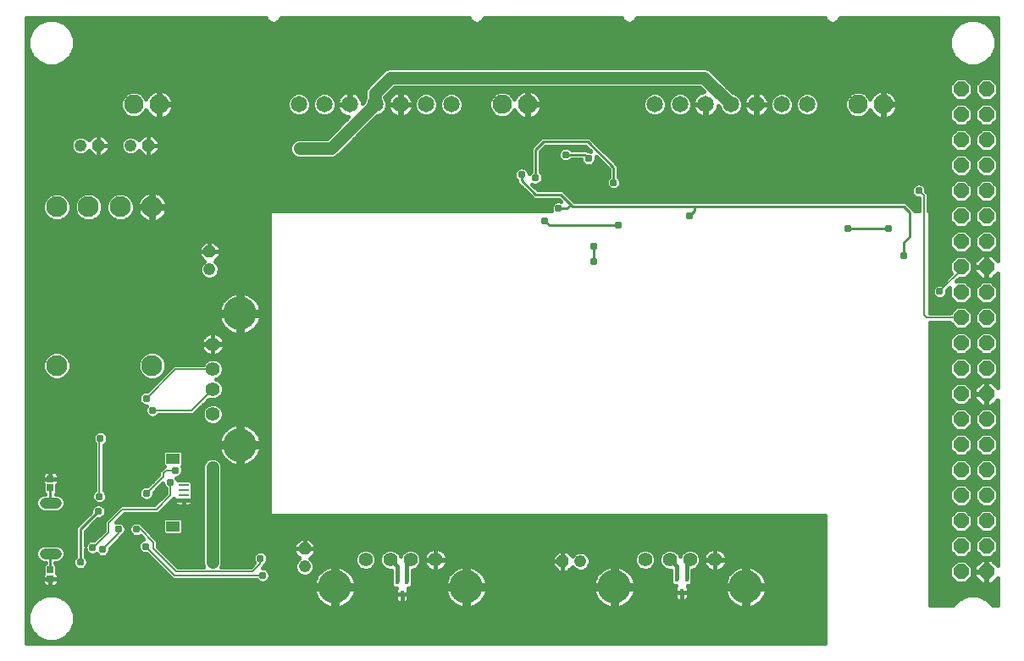
<source format=gbl>
G75*
G70*
%OFA0B0*%
%FSLAX24Y24*%
%IPPOS*%
%LPD*%
%AMOC8*
5,1,8,0,0,1.08239X$1,22.5*
%
%ADD10C,0.0827*%
%ADD11OC8,0.0480*%
%ADD12C,0.0480*%
%ADD13C,0.0650*%
%ADD14C,0.0760*%
%ADD15C,0.0560*%
%ADD16C,0.1310*%
%ADD17R,0.0157X0.0315*%
%ADD18OC8,0.0600*%
%ADD19R,0.0394X0.0098*%
%ADD20R,0.0528X0.0394*%
%ADD21C,0.0440*%
%ADD22R,0.0256X0.0256*%
%ADD23C,0.0500*%
%ADD24C,0.0310*%
%ADD25C,0.0100*%
%ADD26C,0.0160*%
%ADD27C,0.0080*%
%ADD28R,0.0310X0.0310*%
%ADD29C,0.0591*%
D10*
X002047Y012898D03*
X005797Y012898D03*
X005797Y019148D03*
X004547Y019148D03*
X003297Y019148D03*
X002047Y019148D03*
D11*
X003680Y021565D03*
X005649Y021565D03*
X008055Y017387D03*
X011807Y005683D03*
X021957Y005191D03*
D12*
X022657Y005191D03*
X011807Y004983D03*
X008055Y016687D03*
X004949Y021565D03*
X002980Y021565D03*
D13*
X011574Y023183D03*
X012574Y023183D03*
X013574Y023183D03*
X014574Y023183D03*
X015574Y023183D03*
X016574Y023183D03*
X017574Y023183D03*
X025574Y023183D03*
X026574Y023183D03*
X027574Y023183D03*
X028574Y023183D03*
X029574Y023183D03*
X030574Y023183D03*
X031574Y023183D03*
D14*
X033574Y023183D03*
X034574Y023183D03*
X020574Y023183D03*
X019574Y023183D03*
X006074Y023183D03*
X005074Y023183D03*
D15*
X008186Y013739D03*
X008186Y012759D03*
X008186Y011969D03*
X008186Y010989D03*
X014199Y005253D03*
X015179Y005253D03*
X015969Y005253D03*
X016949Y005253D03*
X025199Y005253D03*
X026179Y005253D03*
X026969Y005253D03*
X027949Y005253D03*
D16*
X029159Y004183D03*
X023989Y004183D03*
X018159Y004183D03*
X012989Y004183D03*
X009256Y009779D03*
X009256Y014949D03*
D17*
X015437Y004439D03*
X015830Y004439D03*
X015634Y003888D03*
X026445Y004518D03*
X026838Y004518D03*
X026641Y003967D03*
D18*
X037634Y004782D03*
X038634Y004782D03*
X038634Y005782D03*
X038634Y006782D03*
X037634Y006782D03*
X037634Y005782D03*
X037634Y007782D03*
X038634Y007782D03*
X038634Y008782D03*
X038634Y009782D03*
X037634Y009782D03*
X037634Y008782D03*
X037634Y010782D03*
X038634Y010782D03*
X038634Y011782D03*
X037634Y011782D03*
X037634Y012782D03*
X038634Y012782D03*
X038634Y013782D03*
X037634Y013782D03*
X037634Y014782D03*
X038634Y014782D03*
X038634Y015782D03*
X037634Y015782D03*
X037634Y016782D03*
X038634Y016782D03*
X038634Y017782D03*
X037634Y017782D03*
X037634Y018782D03*
X038634Y018782D03*
X038634Y019782D03*
X037634Y019782D03*
X037634Y020782D03*
X038634Y020782D03*
X038634Y021782D03*
X038634Y022782D03*
X037634Y022782D03*
X037634Y021782D03*
X037634Y023782D03*
X038634Y023782D03*
D19*
X007031Y008199D03*
X007031Y008002D03*
X007031Y007805D03*
X007031Y007608D03*
D20*
X006618Y006569D03*
X006618Y009238D03*
D21*
X002015Y007486D02*
X001575Y007486D01*
X001575Y005486D02*
X002015Y005486D01*
D22*
X001795Y004852D03*
X001795Y004498D03*
X001795Y008081D03*
X001795Y008435D03*
D23*
X008173Y008888D02*
X008173Y005148D01*
X013527Y019911D02*
X013685Y019911D01*
X013527Y019911D02*
X013291Y020148D01*
X012838Y021447D02*
X011598Y021447D01*
X012838Y021447D02*
X014574Y023183D01*
X014574Y023636D01*
X015181Y024242D01*
X027515Y024242D01*
X028574Y023183D01*
D24*
X025063Y020581D03*
X023960Y020108D03*
X022976Y021053D03*
X022071Y021211D03*
X020889Y020305D03*
X020338Y020423D03*
X019078Y020463D03*
X021244Y018612D03*
X021795Y019085D03*
X023173Y017589D03*
X023173Y016998D03*
X024157Y018415D03*
X026952Y018809D03*
X033173Y018297D03*
X034787Y018297D03*
X035378Y017234D03*
X036795Y015817D03*
X035968Y019793D03*
X011598Y021447D03*
X001677Y022510D03*
X005574Y011604D03*
X005811Y011132D03*
X003763Y010030D03*
X002582Y010030D03*
X003724Y007746D03*
X004354Y007667D03*
X003685Y007156D03*
X003645Y006368D03*
X003449Y005738D03*
X003842Y005660D03*
X004787Y005699D03*
X005535Y005778D03*
X005181Y006447D03*
X004472Y006447D03*
X002976Y005148D03*
X004708Y003927D03*
X008173Y005148D03*
X008449Y003967D03*
X010141Y004636D03*
X010063Y005305D03*
X006519Y008297D03*
X006716Y008770D03*
X005574Y007864D03*
X008173Y008888D03*
D25*
X003685Y007156D02*
X002976Y006447D01*
X002976Y005148D01*
X001795Y004852D02*
X001795Y005486D01*
X001795Y007486D02*
X001795Y008081D01*
X019078Y020463D02*
X019078Y020581D01*
X020338Y020423D02*
X020338Y020187D01*
X020889Y019636D01*
X021874Y019636D01*
X022267Y019242D01*
X022110Y019085D01*
X021795Y019085D01*
X022267Y019242D02*
X022346Y019163D01*
X027149Y019163D01*
X027149Y019006D01*
X026952Y018809D01*
X027149Y019163D02*
X035378Y019163D01*
X035614Y018927D01*
X035614Y017982D01*
X035378Y017746D01*
X035378Y017234D01*
X034787Y018297D02*
X033173Y018297D01*
X025102Y020620D02*
X025102Y020738D01*
X025102Y020620D02*
X025063Y020581D01*
X023960Y020699D02*
X023960Y020108D01*
X023960Y020699D02*
X022937Y021723D01*
X021204Y021723D01*
X020889Y021408D01*
X020889Y020305D01*
X022071Y021211D02*
X022819Y021211D01*
X022976Y021053D01*
X024157Y018415D02*
X021441Y018415D01*
X021244Y018612D01*
X023173Y017589D02*
X023173Y016998D01*
D26*
X000854Y026600D02*
X000854Y001963D01*
X032267Y001963D01*
X032267Y006998D01*
X010417Y006998D01*
X010417Y019006D01*
X021508Y019006D01*
X021500Y019026D01*
X021500Y019143D01*
X021545Y019252D01*
X021628Y019335D01*
X021736Y019380D01*
X021854Y019380D01*
X021867Y019374D01*
X021795Y019446D01*
X020811Y019446D01*
X020699Y019557D01*
X020148Y020108D01*
X020148Y020196D01*
X020088Y020256D01*
X020043Y020365D01*
X020043Y020482D01*
X020088Y020590D01*
X020171Y020673D01*
X020280Y020718D01*
X020397Y020718D01*
X020505Y020673D01*
X020588Y020590D01*
X020633Y020482D01*
X020633Y020457D01*
X020639Y020472D01*
X020699Y020532D01*
X020699Y021329D01*
X020699Y021486D01*
X021014Y021801D01*
X021126Y021912D01*
X022858Y021912D01*
X023015Y021912D01*
X024039Y020889D01*
X024150Y020778D01*
X024150Y020336D01*
X024210Y020275D01*
X024255Y020167D01*
X024255Y020050D01*
X024210Y019941D01*
X024127Y019858D01*
X024019Y019813D01*
X023902Y019813D01*
X023793Y019858D01*
X023710Y019941D01*
X023665Y020050D01*
X023665Y020167D01*
X023710Y020275D01*
X023770Y020336D01*
X023770Y020620D01*
X023266Y021125D01*
X023271Y021112D01*
X023271Y020995D01*
X023226Y020886D01*
X023143Y020803D01*
X023035Y020758D01*
X022917Y020758D01*
X022809Y020803D01*
X022726Y020886D01*
X022681Y020995D01*
X022681Y021021D01*
X022298Y021021D01*
X022238Y020961D01*
X022129Y020916D01*
X022012Y020916D01*
X021903Y020961D01*
X021820Y021044D01*
X021776Y021152D01*
X021776Y021269D01*
X021820Y021378D01*
X021903Y021461D01*
X022012Y021506D01*
X022129Y021506D01*
X022238Y021461D01*
X022298Y021401D01*
X022740Y021401D01*
X022897Y021401D01*
X022950Y021348D01*
X023035Y021348D01*
X023048Y021343D01*
X022858Y021533D01*
X021283Y021533D01*
X021079Y021329D01*
X021079Y020532D01*
X021139Y020472D01*
X021184Y020364D01*
X021184Y020246D01*
X021139Y020138D01*
X021057Y020055D01*
X020948Y020010D01*
X020831Y020010D01*
X020751Y020043D01*
X020968Y019826D01*
X021795Y019826D01*
X021952Y019826D01*
X022346Y019432D01*
X022346Y019432D01*
X022425Y019353D01*
X027071Y019353D01*
X027228Y019353D01*
X035299Y019353D01*
X035456Y019353D01*
X035693Y019117D01*
X035804Y019006D01*
X035985Y019006D01*
X035985Y019498D01*
X035909Y019498D01*
X035801Y019543D01*
X035718Y019626D01*
X035673Y019735D01*
X035673Y019852D01*
X035718Y019960D01*
X035801Y020043D01*
X035909Y020088D01*
X036027Y020088D01*
X036135Y020043D01*
X036218Y019960D01*
X036263Y019852D01*
X036263Y019753D01*
X036345Y019671D01*
X036345Y019522D01*
X036345Y019006D01*
X036401Y019006D01*
X036401Y014962D01*
X037194Y014962D01*
X037194Y014964D01*
X037451Y015222D01*
X037816Y015222D01*
X038074Y014964D01*
X038074Y014599D01*
X037816Y014342D01*
X037451Y014342D01*
X037194Y014599D01*
X037194Y014602D01*
X036401Y014602D01*
X036401Y003455D01*
X037321Y003455D01*
X037323Y003458D01*
X037579Y003714D01*
X037913Y003853D01*
X038275Y003853D01*
X038610Y003714D01*
X038866Y003458D01*
X038867Y003455D01*
X039074Y003455D01*
X039074Y004543D01*
X038832Y004302D01*
X038654Y004302D01*
X038654Y004761D01*
X038613Y004761D01*
X038613Y004302D01*
X038435Y004302D01*
X038154Y004583D01*
X038154Y004761D01*
X038613Y004761D01*
X038613Y004802D01*
X038154Y004802D01*
X038154Y004980D01*
X038435Y005262D01*
X038613Y005262D01*
X038613Y004802D01*
X038654Y004802D01*
X038654Y005262D01*
X038832Y005262D01*
X039074Y005020D01*
X039074Y011543D01*
X038832Y011302D01*
X038654Y011302D01*
X038654Y011761D01*
X038613Y011761D01*
X038613Y011302D01*
X038435Y011302D01*
X038154Y011583D01*
X038154Y011761D01*
X038613Y011761D01*
X038613Y011802D01*
X038154Y011802D01*
X038154Y011980D01*
X038435Y012262D01*
X038613Y012262D01*
X038613Y011802D01*
X038654Y011802D01*
X038654Y012262D01*
X038832Y012262D01*
X039074Y012020D01*
X039074Y016543D01*
X038832Y016302D01*
X038654Y016302D01*
X038654Y016761D01*
X038613Y016761D01*
X038154Y016761D01*
X038154Y016583D01*
X038435Y016302D01*
X038613Y016302D01*
X038613Y016761D01*
X038613Y016802D01*
X038154Y016802D01*
X038154Y016980D01*
X038435Y017262D01*
X038613Y017262D01*
X038613Y016802D01*
X038654Y016802D01*
X038654Y017262D01*
X038832Y017262D01*
X039074Y017020D01*
X039074Y026600D01*
X032870Y026600D01*
X032833Y026510D01*
X032747Y026425D01*
X032635Y026378D01*
X032514Y026378D01*
X032402Y026425D01*
X032316Y026510D01*
X032279Y026600D01*
X024870Y026600D01*
X024833Y026510D01*
X024747Y026425D01*
X024635Y026378D01*
X024514Y026378D01*
X024402Y026425D01*
X024316Y026510D01*
X024279Y026600D01*
X018870Y026600D01*
X018833Y026510D01*
X018747Y026425D01*
X018635Y026378D01*
X018514Y026378D01*
X018402Y026425D01*
X018316Y026510D01*
X018279Y026600D01*
X010870Y026600D01*
X010833Y026510D01*
X010747Y026425D01*
X010635Y026378D01*
X010514Y026378D01*
X010402Y026425D01*
X010316Y026510D01*
X010279Y026600D01*
X000854Y026600D01*
X000854Y026574D02*
X010289Y026574D01*
X010423Y026416D02*
X002291Y026416D01*
X002350Y026392D02*
X002015Y026530D01*
X001653Y026530D01*
X001319Y026392D01*
X001063Y026136D01*
X000924Y025801D01*
X000924Y025439D01*
X001063Y025105D01*
X001319Y024849D01*
X001653Y024710D01*
X002015Y024710D01*
X002350Y024849D01*
X002606Y025105D01*
X002744Y025439D01*
X002744Y025801D01*
X002606Y026136D01*
X002350Y026392D01*
X002484Y026257D02*
X037445Y026257D01*
X037323Y026136D02*
X037184Y025801D01*
X037184Y025439D01*
X037323Y025105D01*
X037579Y024849D01*
X037913Y024710D01*
X038275Y024710D01*
X038610Y024849D01*
X038866Y025105D01*
X039004Y025439D01*
X039004Y025801D01*
X038866Y026136D01*
X038610Y026392D01*
X038275Y026530D01*
X037913Y026530D01*
X037579Y026392D01*
X037323Y026136D01*
X037308Y026099D02*
X002621Y026099D01*
X002687Y025940D02*
X037242Y025940D01*
X037184Y025782D02*
X002744Y025782D01*
X002744Y025623D02*
X037184Y025623D01*
X037184Y025465D02*
X002744Y025465D01*
X002689Y025306D02*
X037239Y025306D01*
X037305Y025148D02*
X002623Y025148D01*
X002490Y024989D02*
X037438Y024989D01*
X037623Y024830D02*
X002306Y024830D01*
X001363Y024830D02*
X000854Y024830D01*
X000854Y024672D02*
X039074Y024672D01*
X039074Y024830D02*
X038565Y024830D01*
X038750Y024989D02*
X039074Y024989D01*
X039074Y025148D02*
X038883Y025148D01*
X038949Y025306D02*
X039074Y025306D01*
X039074Y025465D02*
X039004Y025465D01*
X039004Y025623D02*
X039074Y025623D01*
X039074Y025782D02*
X039004Y025782D01*
X038946Y025940D02*
X039074Y025940D01*
X039074Y026099D02*
X038881Y026099D01*
X038744Y026257D02*
X039074Y026257D01*
X039074Y026416D02*
X038551Y026416D01*
X039074Y026574D02*
X032860Y026574D01*
X032726Y026416D02*
X037638Y026416D01*
X039074Y024513D02*
X027796Y024513D01*
X027846Y024463D02*
X027736Y024573D01*
X027593Y024632D01*
X015258Y024632D01*
X015103Y024632D01*
X014960Y024573D01*
X014354Y023966D01*
X014244Y023857D01*
X014184Y023713D01*
X014184Y023450D01*
X014180Y023446D01*
X014110Y023276D01*
X014110Y023270D01*
X014077Y023237D01*
X014067Y023301D01*
X014042Y023377D01*
X014006Y023448D01*
X013959Y023512D01*
X013903Y023568D01*
X013839Y023615D01*
X013768Y023651D01*
X013693Y023675D01*
X013614Y023688D01*
X013603Y023688D01*
X013603Y023212D01*
X013546Y023212D01*
X013546Y023688D01*
X013535Y023688D01*
X013456Y023675D01*
X013381Y023651D01*
X013310Y023615D01*
X013246Y023568D01*
X013189Y023512D01*
X013143Y023448D01*
X013107Y023377D01*
X013082Y023301D01*
X013070Y023223D01*
X013070Y023211D01*
X013546Y023211D01*
X013546Y023155D01*
X013070Y023155D01*
X013070Y023143D01*
X013082Y023065D01*
X013107Y022989D01*
X013143Y022919D01*
X013189Y022854D01*
X013246Y022798D01*
X013310Y022751D01*
X013381Y022715D01*
X013456Y022691D01*
X013520Y022681D01*
X012677Y021837D01*
X011521Y021837D01*
X011377Y021778D01*
X011267Y021668D01*
X011208Y021524D01*
X011208Y021369D01*
X011267Y021226D01*
X011377Y021116D01*
X011521Y021057D01*
X012916Y021057D01*
X013059Y021116D01*
X013169Y021226D01*
X014661Y022718D01*
X014667Y022718D01*
X014838Y022789D01*
X014969Y022920D01*
X015039Y023091D01*
X015039Y023276D01*
X014969Y023446D01*
X014964Y023450D01*
X014964Y023474D01*
X015342Y023852D01*
X027354Y023852D01*
X027520Y023686D01*
X027456Y023675D01*
X027381Y023651D01*
X027310Y023615D01*
X027246Y023568D01*
X027189Y023512D01*
X027143Y023448D01*
X027107Y023377D01*
X027082Y023301D01*
X027070Y023223D01*
X027070Y023211D01*
X027546Y023211D01*
X027546Y023155D01*
X027070Y023155D01*
X027070Y023143D01*
X027082Y023065D01*
X027107Y022989D01*
X027143Y022919D01*
X027189Y022854D01*
X027246Y022798D01*
X027310Y022751D01*
X027381Y022715D01*
X027456Y022691D01*
X027535Y022678D01*
X027546Y022678D01*
X027546Y023155D01*
X027603Y023155D01*
X027603Y022678D01*
X027614Y022678D01*
X027693Y022691D01*
X027768Y022715D01*
X027839Y022751D01*
X027903Y022798D01*
X027959Y022854D01*
X028006Y022919D01*
X028042Y022989D01*
X028067Y023065D01*
X028077Y023129D01*
X028110Y023096D01*
X028110Y023091D01*
X028180Y022920D01*
X028311Y022789D01*
X028482Y022718D01*
X028667Y022718D01*
X028838Y022789D01*
X028969Y022920D01*
X029039Y023091D01*
X029039Y023276D01*
X028969Y023446D01*
X028838Y023577D01*
X028667Y023648D01*
X028661Y023648D01*
X027846Y024463D01*
X027954Y024355D02*
X039074Y024355D01*
X039074Y024196D02*
X038841Y024196D01*
X038816Y024222D02*
X038451Y024222D01*
X038194Y023964D01*
X038194Y023599D01*
X038451Y023342D01*
X038816Y023342D01*
X039074Y023599D01*
X039074Y023964D01*
X038816Y024222D01*
X039000Y024038D02*
X039074Y024038D01*
X039074Y023879D02*
X039074Y023879D01*
X039074Y023721D02*
X039074Y023721D01*
X039074Y023562D02*
X039036Y023562D01*
X039074Y023404D02*
X038878Y023404D01*
X038816Y023222D02*
X038451Y023222D01*
X038194Y022964D01*
X038194Y022599D01*
X038451Y022342D01*
X038816Y022342D01*
X039074Y022599D01*
X039074Y022964D01*
X038816Y023222D01*
X038951Y023086D02*
X039074Y023086D01*
X039074Y022928D02*
X039074Y022928D01*
X039074Y022769D02*
X039074Y022769D01*
X039074Y022611D02*
X039074Y022611D01*
X039074Y022452D02*
X038926Y022452D01*
X039074Y022294D02*
X014237Y022294D01*
X014395Y022452D02*
X037341Y022452D01*
X037451Y022342D02*
X037816Y022342D01*
X038074Y022599D01*
X038074Y022964D01*
X037816Y023222D01*
X037451Y023222D01*
X037194Y022964D01*
X037194Y022599D01*
X037451Y022342D01*
X037451Y022222D02*
X037194Y021964D01*
X037194Y021599D01*
X037451Y021342D01*
X037816Y021342D01*
X038074Y021599D01*
X038074Y021964D01*
X037816Y022222D01*
X037451Y022222D01*
X037365Y022135D02*
X014078Y022135D01*
X013920Y021977D02*
X037206Y021977D01*
X037194Y021818D02*
X023110Y021818D01*
X023268Y021660D02*
X037194Y021660D01*
X037292Y021501D02*
X023427Y021501D01*
X023585Y021343D02*
X037450Y021343D01*
X037451Y021222D02*
X037194Y020964D01*
X037194Y020599D01*
X037451Y020342D01*
X037816Y020342D01*
X038074Y020599D01*
X038074Y020964D01*
X037816Y021222D01*
X037451Y021222D01*
X037414Y021184D02*
X023744Y021184D01*
X023902Y021025D02*
X037255Y021025D01*
X037194Y020867D02*
X024061Y020867D01*
X024150Y020708D02*
X037194Y020708D01*
X037243Y020550D02*
X024150Y020550D01*
X024150Y020391D02*
X037402Y020391D01*
X037451Y020222D02*
X037194Y019964D01*
X037194Y019599D01*
X036345Y019599D01*
X036345Y019440D02*
X037353Y019440D01*
X037451Y019342D02*
X037816Y019342D01*
X038074Y019599D01*
X038074Y019964D01*
X037816Y020222D01*
X037451Y020222D01*
X037304Y020074D02*
X036061Y020074D01*
X035875Y020074D02*
X024255Y020074D01*
X024228Y020233D02*
X039074Y020233D01*
X039074Y020391D02*
X038865Y020391D01*
X038816Y020342D02*
X038451Y020342D01*
X038194Y020599D01*
X038194Y020964D01*
X038451Y021222D01*
X038816Y021222D01*
X039074Y020964D01*
X039074Y020599D01*
X038816Y020342D01*
X038816Y020222D02*
X038451Y020222D01*
X038194Y019964D01*
X038194Y019599D01*
X038073Y019599D01*
X038194Y019599D02*
X038451Y019342D01*
X038816Y019342D01*
X039074Y019599D01*
X039073Y019599D01*
X039074Y019599D02*
X039074Y019964D01*
X038816Y020222D01*
X038963Y020074D02*
X039074Y020074D01*
X039074Y019916D02*
X039074Y019916D01*
X039074Y019757D02*
X039074Y019757D01*
X039074Y019440D02*
X038914Y019440D01*
X039074Y019281D02*
X036345Y019281D01*
X036345Y019123D02*
X037353Y019123D01*
X037451Y019222D02*
X037194Y018964D01*
X036401Y018964D01*
X036401Y018806D02*
X037194Y018806D01*
X037194Y018964D02*
X037194Y018599D01*
X037451Y018342D01*
X037816Y018342D01*
X038074Y018599D01*
X038074Y018964D01*
X037816Y019222D01*
X037451Y019222D01*
X037451Y019342D02*
X037194Y019599D01*
X037194Y019757D02*
X036263Y019757D01*
X036237Y019916D02*
X037194Y019916D01*
X037963Y020074D02*
X038304Y020074D01*
X038194Y019916D02*
X038074Y019916D01*
X038074Y019757D02*
X038194Y019757D01*
X038353Y019440D02*
X037914Y019440D01*
X037914Y019123D02*
X038353Y019123D01*
X038451Y019222D02*
X038194Y018964D01*
X038073Y018964D01*
X038194Y018964D02*
X038194Y018599D01*
X038451Y018342D01*
X038816Y018342D01*
X039074Y018599D01*
X039074Y018964D01*
X039073Y018964D01*
X039074Y018964D02*
X038816Y019222D01*
X038451Y019222D01*
X038914Y019123D02*
X039074Y019123D01*
X039074Y018806D02*
X039074Y018806D01*
X039074Y018647D02*
X039074Y018647D01*
X039074Y018489D02*
X038963Y018489D01*
X039074Y018330D02*
X036401Y018330D01*
X036401Y018172D02*
X037401Y018172D01*
X037451Y018222D02*
X037194Y017964D01*
X037194Y017599D01*
X037451Y017342D01*
X037816Y017342D01*
X038074Y017599D01*
X038074Y017964D01*
X037816Y018222D01*
X037451Y018222D01*
X037243Y018013D02*
X036401Y018013D01*
X036401Y017855D02*
X037194Y017855D01*
X037194Y017696D02*
X036401Y017696D01*
X036401Y017537D02*
X037255Y017537D01*
X037414Y017379D02*
X036401Y017379D01*
X036401Y017220D02*
X037450Y017220D01*
X037451Y017222D02*
X037194Y016964D01*
X037194Y016599D01*
X037258Y016535D01*
X036835Y016112D01*
X036736Y016112D01*
X036628Y016067D01*
X036545Y015984D01*
X036500Y015876D01*
X036500Y015758D01*
X036545Y015650D01*
X036628Y015567D01*
X036736Y015522D01*
X036854Y015522D01*
X036962Y015567D01*
X037045Y015650D01*
X037090Y015758D01*
X037090Y015857D01*
X037194Y015961D01*
X037194Y015599D01*
X037451Y015342D01*
X037816Y015342D01*
X038074Y015599D01*
X038074Y015964D01*
X037816Y016222D01*
X037454Y016222D01*
X037574Y016342D01*
X037816Y016342D01*
X038074Y016599D01*
X038074Y016964D01*
X037816Y017222D01*
X037451Y017222D01*
X037292Y017062D02*
X036401Y017062D01*
X036401Y016903D02*
X037194Y016903D01*
X037194Y016745D02*
X036401Y016745D01*
X036401Y016586D02*
X037207Y016586D01*
X037151Y016428D02*
X036401Y016428D01*
X036401Y016269D02*
X036993Y016269D01*
X036733Y016111D02*
X036401Y016111D01*
X036401Y015952D02*
X036532Y015952D01*
X036500Y015794D02*
X036401Y015794D01*
X036401Y015635D02*
X036560Y015635D01*
X036401Y015476D02*
X037316Y015476D01*
X037194Y015635D02*
X037030Y015635D01*
X037090Y015794D02*
X037194Y015794D01*
X037184Y015952D02*
X037194Y015952D01*
X037502Y016269D02*
X039074Y016269D01*
X039074Y016111D02*
X038927Y016111D01*
X038816Y016222D02*
X039074Y015964D01*
X039074Y015599D01*
X038816Y015342D01*
X038451Y015342D01*
X038194Y015599D01*
X038194Y015964D01*
X038451Y016222D01*
X038816Y016222D01*
X038958Y016428D02*
X039074Y016428D01*
X038654Y016428D02*
X038613Y016428D01*
X038613Y016586D02*
X038654Y016586D01*
X038654Y016745D02*
X038613Y016745D01*
X038613Y016903D02*
X038654Y016903D01*
X038654Y017062D02*
X038613Y017062D01*
X038613Y017220D02*
X038654Y017220D01*
X038816Y017342D02*
X038451Y017342D01*
X038194Y017599D01*
X038194Y017964D01*
X038451Y018222D01*
X038816Y018222D01*
X039074Y017964D01*
X039074Y017599D01*
X038816Y017342D01*
X038853Y017379D02*
X039074Y017379D01*
X039074Y017537D02*
X039012Y017537D01*
X039074Y017696D02*
X039074Y017696D01*
X039074Y017855D02*
X039074Y017855D01*
X039074Y018013D02*
X039024Y018013D01*
X039074Y018172D02*
X038866Y018172D01*
X038401Y018172D02*
X037866Y018172D01*
X038024Y018013D02*
X038243Y018013D01*
X038194Y017855D02*
X038074Y017855D01*
X038074Y017696D02*
X038194Y017696D01*
X038255Y017537D02*
X038012Y017537D01*
X037853Y017379D02*
X038414Y017379D01*
X038394Y017220D02*
X037817Y017220D01*
X037975Y017062D02*
X038235Y017062D01*
X038154Y016903D02*
X038074Y016903D01*
X038074Y016745D02*
X038154Y016745D01*
X038154Y016586D02*
X038060Y016586D01*
X037902Y016428D02*
X038309Y016428D01*
X038340Y016111D02*
X037927Y016111D01*
X038074Y015952D02*
X038194Y015952D01*
X038194Y015794D02*
X038074Y015794D01*
X038074Y015635D02*
X038194Y015635D01*
X038316Y015476D02*
X037951Y015476D01*
X037878Y015159D02*
X038389Y015159D01*
X038451Y015222D02*
X038194Y014964D01*
X038194Y014599D01*
X038451Y014342D01*
X038816Y014342D01*
X039074Y014599D01*
X039074Y014964D01*
X038816Y015222D01*
X038451Y015222D01*
X038231Y015001D02*
X038036Y015001D01*
X038074Y014842D02*
X038194Y014842D01*
X038194Y014684D02*
X038074Y014684D01*
X037999Y014525D02*
X038268Y014525D01*
X038426Y014367D02*
X037841Y014367D01*
X037816Y014222D02*
X037451Y014222D01*
X037194Y013964D01*
X037194Y013599D01*
X037451Y013342D01*
X037816Y013342D01*
X038074Y013599D01*
X038074Y013964D01*
X037816Y014222D01*
X037829Y014208D02*
X038438Y014208D01*
X038451Y014222D02*
X038194Y013964D01*
X038194Y013599D01*
X038451Y013342D01*
X038816Y013342D01*
X039074Y013599D01*
X039074Y013964D01*
X038816Y014222D01*
X038451Y014222D01*
X038279Y014050D02*
X037988Y014050D01*
X038074Y013891D02*
X038194Y013891D01*
X038194Y013732D02*
X038074Y013732D01*
X038048Y013574D02*
X038219Y013574D01*
X038378Y013415D02*
X037890Y013415D01*
X037816Y013222D02*
X037451Y013222D01*
X037194Y012964D01*
X037194Y012599D01*
X037451Y012342D01*
X037816Y012342D01*
X038074Y012599D01*
X038074Y012964D01*
X037816Y013222D01*
X037939Y013098D02*
X038328Y013098D01*
X038451Y013222D02*
X038194Y012964D01*
X038194Y012599D01*
X038451Y012342D01*
X038816Y012342D01*
X039074Y012599D01*
X039074Y012964D01*
X038816Y013222D01*
X038451Y013222D01*
X038194Y012940D02*
X038074Y012940D01*
X038074Y012781D02*
X038194Y012781D01*
X038194Y012623D02*
X038074Y012623D01*
X037938Y012464D02*
X038329Y012464D01*
X038074Y011964D02*
X037816Y012222D01*
X037451Y012222D01*
X037194Y011964D01*
X037194Y011599D01*
X037451Y011342D01*
X037816Y011342D01*
X038074Y011599D01*
X038074Y011964D01*
X038049Y011988D02*
X038162Y011988D01*
X038154Y011830D02*
X038074Y011830D01*
X038074Y011671D02*
X038154Y011671D01*
X038223Y011513D02*
X037987Y011513D01*
X037828Y011354D02*
X038382Y011354D01*
X038451Y011222D02*
X038194Y010964D01*
X038194Y010599D01*
X038451Y010342D01*
X038816Y010342D01*
X039074Y010599D01*
X039074Y010964D01*
X038816Y011222D01*
X038451Y011222D01*
X038426Y011196D02*
X037842Y011196D01*
X037816Y011222D02*
X037451Y011222D01*
X037194Y010964D01*
X037194Y010599D01*
X037451Y010342D01*
X037816Y010342D01*
X038074Y010599D01*
X038074Y010964D01*
X037816Y011222D01*
X038000Y011037D02*
X038267Y011037D01*
X038194Y010879D02*
X038074Y010879D01*
X038074Y010720D02*
X038194Y010720D01*
X038231Y010562D02*
X038036Y010562D01*
X037877Y010403D02*
X038390Y010403D01*
X038451Y010222D02*
X038194Y009964D01*
X038194Y009599D01*
X038451Y009342D01*
X038816Y009342D01*
X039074Y009599D01*
X039074Y009964D01*
X038816Y010222D01*
X038451Y010222D01*
X038316Y010086D02*
X037951Y010086D01*
X038074Y009964D02*
X037816Y010222D01*
X037451Y010222D01*
X037194Y009964D01*
X037194Y009599D01*
X037451Y009342D01*
X037816Y009342D01*
X038074Y009599D01*
X038074Y009964D01*
X038074Y009927D02*
X038194Y009927D01*
X038194Y009769D02*
X038074Y009769D01*
X038074Y009610D02*
X038194Y009610D01*
X038341Y009452D02*
X037926Y009452D01*
X037816Y009222D02*
X037451Y009222D01*
X037194Y008964D01*
X037194Y008599D01*
X037451Y008342D01*
X036401Y008342D01*
X036401Y008501D02*
X037292Y008501D01*
X037194Y008659D02*
X036401Y008659D01*
X036401Y008818D02*
X037194Y008818D01*
X037206Y008976D02*
X036401Y008976D01*
X036401Y009135D02*
X037364Y009135D01*
X037341Y009452D02*
X036401Y009452D01*
X036401Y009610D02*
X037194Y009610D01*
X037194Y009769D02*
X036401Y009769D01*
X036401Y009927D02*
X037194Y009927D01*
X037316Y010086D02*
X036401Y010086D01*
X036401Y010244D02*
X039074Y010244D01*
X039074Y010086D02*
X038951Y010086D01*
X039074Y009927D02*
X039074Y009927D01*
X039074Y009769D02*
X039074Y009769D01*
X039074Y009610D02*
X039074Y009610D01*
X039074Y009452D02*
X038926Y009452D01*
X039074Y009293D02*
X036401Y009293D01*
X037451Y008342D02*
X037816Y008342D01*
X038451Y008342D01*
X038816Y008342D01*
X039074Y008342D01*
X039074Y008501D02*
X038975Y008501D01*
X039074Y008599D02*
X038816Y008342D01*
X038816Y008222D02*
X038451Y008222D01*
X038194Y007964D01*
X038194Y007599D01*
X038451Y007342D01*
X038816Y007342D01*
X039074Y007599D01*
X039074Y007964D01*
X038816Y008222D01*
X038854Y008183D02*
X039074Y008183D01*
X039074Y008025D02*
X039012Y008025D01*
X039074Y007866D02*
X039074Y007866D01*
X039074Y007708D02*
X039074Y007708D01*
X039074Y007549D02*
X039023Y007549D01*
X039074Y007391D02*
X038865Y007391D01*
X038816Y007222D02*
X038451Y007222D01*
X038194Y006964D01*
X038194Y006599D01*
X038451Y006342D01*
X038816Y006342D01*
X039074Y006599D01*
X039074Y006964D01*
X038816Y007222D01*
X038964Y007074D02*
X039074Y007074D01*
X039074Y007232D02*
X036401Y007232D01*
X036401Y007074D02*
X037303Y007074D01*
X037194Y006964D02*
X037194Y006599D01*
X037451Y006342D01*
X037816Y006342D01*
X038074Y006599D01*
X038074Y006964D01*
X037816Y007222D01*
X037451Y007222D01*
X037194Y006964D01*
X037194Y006915D02*
X036401Y006915D01*
X036401Y006757D02*
X037194Y006757D01*
X037195Y006598D02*
X036401Y006598D01*
X036401Y006439D02*
X037353Y006439D01*
X037451Y006222D02*
X037194Y005964D01*
X036401Y005964D01*
X036401Y006122D02*
X037352Y006122D01*
X037451Y006222D02*
X037816Y006222D01*
X038074Y005964D01*
X038073Y005964D02*
X038194Y005964D01*
X038194Y005599D01*
X038451Y005342D01*
X038816Y005342D01*
X039074Y005599D01*
X039074Y005964D01*
X039073Y005964D01*
X039074Y005964D02*
X038816Y006222D01*
X038451Y006222D01*
X038194Y005964D01*
X038074Y005964D02*
X038074Y005599D01*
X037816Y005342D01*
X037451Y005342D01*
X037194Y005599D01*
X037194Y005964D01*
X037194Y005805D02*
X036401Y005805D01*
X036401Y005647D02*
X037194Y005647D01*
X037305Y005488D02*
X036401Y005488D01*
X036401Y005330D02*
X039074Y005330D01*
X039074Y005488D02*
X038962Y005488D01*
X039074Y005647D02*
X039074Y005647D01*
X039074Y005805D02*
X039074Y005805D01*
X039074Y006122D02*
X038915Y006122D01*
X039074Y006281D02*
X036401Y006281D01*
X037451Y007342D02*
X037816Y007342D01*
X038074Y007599D01*
X038074Y007964D01*
X037816Y008222D01*
X037451Y008222D01*
X037194Y007964D01*
X037194Y007599D01*
X037451Y007342D01*
X037402Y007391D02*
X036401Y007391D01*
X036401Y007549D02*
X037244Y007549D01*
X037194Y007708D02*
X036401Y007708D01*
X036401Y007866D02*
X037194Y007866D01*
X037255Y008025D02*
X036401Y008025D01*
X036401Y008183D02*
X037413Y008183D01*
X037816Y008342D02*
X038074Y008599D01*
X038074Y008964D01*
X037816Y009222D01*
X037903Y009135D02*
X038364Y009135D01*
X038451Y009222D02*
X038194Y008964D01*
X038194Y008599D01*
X038451Y008342D01*
X038413Y008183D02*
X037854Y008183D01*
X038012Y008025D02*
X038255Y008025D01*
X038194Y007866D02*
X038074Y007866D01*
X038074Y007708D02*
X038194Y007708D01*
X038244Y007549D02*
X038023Y007549D01*
X037865Y007391D02*
X038402Y007391D01*
X038303Y007074D02*
X037964Y007074D01*
X038074Y006915D02*
X038194Y006915D01*
X038194Y006757D02*
X038074Y006757D01*
X038072Y006598D02*
X038195Y006598D01*
X038353Y006439D02*
X037914Y006439D01*
X037915Y006122D02*
X038352Y006122D01*
X038194Y005805D02*
X038074Y005805D01*
X038074Y005647D02*
X038194Y005647D01*
X038305Y005488D02*
X037962Y005488D01*
X037816Y005222D02*
X037451Y005222D01*
X037194Y004964D01*
X037194Y004599D01*
X037451Y004342D01*
X037816Y004342D01*
X038074Y004599D01*
X038074Y004964D01*
X037816Y005222D01*
X037866Y005171D02*
X038344Y005171D01*
X038186Y005013D02*
X038025Y005013D01*
X038074Y004854D02*
X038154Y004854D01*
X038154Y004695D02*
X038074Y004695D01*
X038011Y004537D02*
X038199Y004537D01*
X038358Y004378D02*
X037853Y004378D01*
X037414Y004378D02*
X036401Y004378D01*
X036401Y004220D02*
X039074Y004220D01*
X039074Y004378D02*
X038909Y004378D01*
X039068Y004537D02*
X039074Y004537D01*
X038654Y004537D02*
X038613Y004537D01*
X038613Y004695D02*
X038654Y004695D01*
X038654Y004854D02*
X038613Y004854D01*
X038613Y005013D02*
X038654Y005013D01*
X038654Y005171D02*
X038613Y005171D01*
X038923Y005171D02*
X039074Y005171D01*
X038654Y004378D02*
X038613Y004378D01*
X039074Y004061D02*
X036401Y004061D01*
X036401Y003903D02*
X039074Y003903D01*
X039074Y003744D02*
X038538Y003744D01*
X038738Y003586D02*
X039074Y003586D01*
X037651Y003744D02*
X036401Y003744D01*
X036401Y003586D02*
X037450Y003586D01*
X037256Y004537D02*
X036401Y004537D01*
X036401Y004695D02*
X037194Y004695D01*
X037194Y004854D02*
X036401Y004854D01*
X036401Y005013D02*
X037242Y005013D01*
X037401Y005171D02*
X036401Y005171D01*
X038914Y006439D02*
X039074Y006439D01*
X039072Y006598D02*
X039074Y006598D01*
X039074Y006757D02*
X039074Y006757D01*
X039074Y006915D02*
X039074Y006915D01*
X039074Y008599D02*
X039074Y008964D01*
X038816Y009222D01*
X038451Y009222D01*
X038206Y008976D02*
X038061Y008976D01*
X038074Y008818D02*
X038194Y008818D01*
X038194Y008659D02*
X038074Y008659D01*
X037975Y008501D02*
X038292Y008501D01*
X039074Y008659D02*
X039074Y008659D01*
X039074Y008818D02*
X039074Y008818D01*
X039061Y008976D02*
X039074Y008976D01*
X039074Y009135D02*
X038903Y009135D01*
X038877Y010403D02*
X039074Y010403D01*
X039074Y010562D02*
X039036Y010562D01*
X039074Y010720D02*
X039074Y010720D01*
X039074Y010879D02*
X039074Y010879D01*
X039074Y011037D02*
X039000Y011037D01*
X039074Y011196D02*
X038842Y011196D01*
X038885Y011354D02*
X039074Y011354D01*
X039074Y011513D02*
X039044Y011513D01*
X038654Y011513D02*
X038613Y011513D01*
X038613Y011671D02*
X038654Y011671D01*
X038654Y011830D02*
X038613Y011830D01*
X038613Y011988D02*
X038654Y011988D01*
X038654Y012147D02*
X038613Y012147D01*
X038320Y012147D02*
X037890Y012147D01*
X037377Y012147D02*
X036401Y012147D01*
X036401Y011988D02*
X037218Y011988D01*
X037194Y011830D02*
X036401Y011830D01*
X036401Y011671D02*
X037194Y011671D01*
X037280Y011513D02*
X036401Y011513D01*
X036401Y011354D02*
X037439Y011354D01*
X037426Y011196D02*
X036401Y011196D01*
X036401Y011037D02*
X037267Y011037D01*
X037194Y010879D02*
X036401Y010879D01*
X036401Y010720D02*
X037194Y010720D01*
X037231Y010562D02*
X036401Y010562D01*
X036401Y010403D02*
X037390Y010403D01*
X038613Y011354D02*
X038654Y011354D01*
X038947Y012147D02*
X039074Y012147D01*
X039074Y012306D02*
X036401Y012306D01*
X036401Y012464D02*
X037329Y012464D01*
X037194Y012623D02*
X036401Y012623D01*
X036401Y012781D02*
X037194Y012781D01*
X037194Y012940D02*
X036401Y012940D01*
X036401Y013098D02*
X037328Y013098D01*
X037378Y013415D02*
X036401Y013415D01*
X036401Y013257D02*
X039074Y013257D01*
X039074Y013415D02*
X038890Y013415D01*
X039048Y013574D02*
X039074Y013574D01*
X039074Y013732D02*
X039074Y013732D01*
X039074Y013891D02*
X039074Y013891D01*
X039074Y014050D02*
X038988Y014050D01*
X039074Y014208D02*
X038829Y014208D01*
X038841Y014367D02*
X039074Y014367D01*
X039074Y014525D02*
X038999Y014525D01*
X039074Y014684D02*
X039074Y014684D01*
X039074Y014842D02*
X039074Y014842D01*
X039074Y015001D02*
X039036Y015001D01*
X039074Y015159D02*
X038878Y015159D01*
X039074Y015318D02*
X036401Y015318D01*
X036401Y015159D02*
X037389Y015159D01*
X037231Y015001D02*
X036401Y015001D01*
X036401Y014525D02*
X037268Y014525D01*
X037426Y014367D02*
X036401Y014367D01*
X036401Y014208D02*
X037438Y014208D01*
X037279Y014050D02*
X036401Y014050D01*
X036401Y013891D02*
X037194Y013891D01*
X037194Y013732D02*
X036401Y013732D01*
X036401Y013574D02*
X037219Y013574D01*
X038939Y013098D02*
X039074Y013098D01*
X039074Y012940D02*
X039074Y012940D01*
X039074Y012781D02*
X039074Y012781D01*
X039074Y012623D02*
X039074Y012623D01*
X039074Y012464D02*
X038938Y012464D01*
X038951Y015476D02*
X039074Y015476D01*
X039074Y015635D02*
X039074Y015635D01*
X039074Y015794D02*
X039074Y015794D01*
X039074Y015952D02*
X039074Y015952D01*
X039032Y017062D02*
X039074Y017062D01*
X039074Y017220D02*
X038873Y017220D01*
X038304Y018489D02*
X037963Y018489D01*
X038074Y018647D02*
X038194Y018647D01*
X038194Y018806D02*
X038074Y018806D01*
X037304Y018489D02*
X036401Y018489D01*
X036401Y018647D02*
X037194Y018647D01*
X035985Y019123D02*
X035687Y019123D01*
X035528Y019281D02*
X035985Y019281D01*
X035985Y019440D02*
X022338Y019440D01*
X022180Y019599D02*
X035746Y019599D01*
X035673Y019757D02*
X022021Y019757D01*
X021801Y019440D02*
X006314Y019440D01*
X006304Y019459D02*
X006250Y019534D01*
X006183Y019600D01*
X006108Y019655D01*
X006025Y019698D01*
X005936Y019726D01*
X005855Y019739D01*
X005855Y019206D01*
X005739Y019206D01*
X005739Y019739D01*
X005658Y019726D01*
X005569Y019698D01*
X005486Y019655D01*
X005410Y019600D01*
X005344Y019534D01*
X005289Y019459D01*
X005247Y019375D01*
X005218Y019287D01*
X005205Y019206D01*
X005739Y019206D01*
X005739Y019090D01*
X005205Y019090D01*
X005218Y019009D01*
X005247Y018920D01*
X005289Y018837D01*
X005344Y018761D01*
X005410Y018695D01*
X005486Y018640D01*
X005569Y018598D01*
X005658Y018569D01*
X005739Y018556D01*
X005739Y019090D01*
X005855Y019090D01*
X005855Y019206D01*
X006389Y019206D01*
X006376Y019287D01*
X006347Y019375D01*
X006304Y019459D01*
X006185Y019599D02*
X020658Y019599D01*
X020500Y019757D02*
X000854Y019757D01*
X000854Y019599D02*
X001715Y019599D01*
X001733Y019617D02*
X001578Y019461D01*
X001494Y019258D01*
X001494Y019038D01*
X001578Y018834D01*
X001733Y018679D01*
X001937Y018594D01*
X002157Y018594D01*
X002360Y018679D01*
X002516Y018834D01*
X002600Y019038D01*
X002600Y019258D01*
X002516Y019461D01*
X002360Y019617D01*
X002157Y019701D01*
X001937Y019701D01*
X001733Y019617D01*
X001569Y019440D02*
X000854Y019440D01*
X000854Y019281D02*
X001503Y019281D01*
X001494Y019123D02*
X000854Y019123D01*
X000854Y018964D02*
X001524Y018964D01*
X001606Y018806D02*
X000854Y018806D01*
X000854Y018647D02*
X001809Y018647D01*
X002285Y018647D02*
X003059Y018647D01*
X002983Y018679D02*
X003187Y018594D01*
X003407Y018594D01*
X003610Y018679D01*
X003766Y018834D01*
X003850Y019038D01*
X003850Y019258D01*
X003766Y019461D01*
X003610Y019617D01*
X003407Y019701D01*
X003187Y019701D01*
X002983Y019617D01*
X002828Y019461D01*
X002744Y019258D01*
X002744Y019038D01*
X002828Y018834D01*
X002983Y018679D01*
X002856Y018806D02*
X002488Y018806D01*
X002570Y018964D02*
X002774Y018964D01*
X002744Y019123D02*
X002600Y019123D01*
X002591Y019281D02*
X002753Y019281D01*
X002819Y019440D02*
X002525Y019440D01*
X002379Y019599D02*
X002965Y019599D01*
X003629Y019599D02*
X004215Y019599D01*
X004233Y019617D02*
X004078Y019461D01*
X003994Y019258D01*
X003994Y019038D01*
X004078Y018834D01*
X004233Y018679D01*
X004437Y018594D01*
X004657Y018594D01*
X004860Y018679D01*
X005016Y018834D01*
X005100Y019038D01*
X005100Y019258D01*
X005016Y019461D01*
X004860Y019617D01*
X004657Y019701D01*
X004437Y019701D01*
X004233Y019617D01*
X004069Y019440D02*
X003775Y019440D01*
X003841Y019281D02*
X004003Y019281D01*
X003994Y019123D02*
X003850Y019123D01*
X003820Y018964D02*
X004024Y018964D01*
X004106Y018806D02*
X003738Y018806D01*
X003535Y018647D02*
X004309Y018647D01*
X004785Y018647D02*
X005476Y018647D01*
X005312Y018806D02*
X004988Y018806D01*
X005070Y018964D02*
X005233Y018964D01*
X005100Y019123D02*
X005739Y019123D01*
X005855Y019123D02*
X021500Y019123D01*
X021575Y019281D02*
X006376Y019281D01*
X006389Y019090D02*
X005855Y019090D01*
X005855Y018556D01*
X005936Y018569D01*
X006025Y018598D01*
X006108Y018640D01*
X006183Y018695D01*
X006250Y018761D01*
X006304Y018837D01*
X006347Y018920D01*
X006376Y019009D01*
X006389Y019090D01*
X006361Y018964D02*
X010417Y018964D01*
X010417Y018806D02*
X006282Y018806D01*
X006118Y018647D02*
X010417Y018647D01*
X010417Y018489D02*
X000854Y018489D01*
X000854Y018330D02*
X010417Y018330D01*
X010417Y018172D02*
X000854Y018172D01*
X000854Y018013D02*
X010417Y018013D01*
X010417Y017855D02*
X000854Y017855D01*
X000854Y017696D02*
X007769Y017696D01*
X007881Y017807D02*
X007635Y017561D01*
X007635Y017388D01*
X008054Y017388D01*
X008054Y017387D01*
X007635Y017387D01*
X007635Y017214D01*
X007839Y017009D01*
X007733Y016903D01*
X000854Y016903D01*
X000854Y016745D02*
X007675Y016745D01*
X007675Y016763D02*
X007675Y016612D01*
X007733Y016472D01*
X007840Y016365D01*
X007979Y016307D01*
X008130Y016307D01*
X008270Y016365D01*
X008377Y016472D01*
X008435Y016612D01*
X008435Y016763D01*
X008377Y016903D01*
X008270Y017009D01*
X008475Y017214D01*
X008475Y017387D01*
X008055Y017387D01*
X008055Y017388D01*
X008055Y017388D01*
X008055Y017807D01*
X008229Y017807D01*
X008475Y017561D01*
X008475Y017388D01*
X008055Y017388D01*
X008055Y017807D01*
X007881Y017807D01*
X008055Y017696D02*
X008055Y017696D01*
X008055Y017537D02*
X008055Y017537D01*
X008340Y017696D02*
X010417Y017696D01*
X010417Y017537D02*
X008475Y017537D01*
X008475Y017379D02*
X010417Y017379D01*
X010417Y017220D02*
X008475Y017220D01*
X008323Y017062D02*
X010417Y017062D01*
X010417Y016903D02*
X008376Y016903D01*
X008435Y016745D02*
X010417Y016745D01*
X010417Y016586D02*
X008424Y016586D01*
X008332Y016428D02*
X010417Y016428D01*
X010417Y016269D02*
X000854Y016269D01*
X000854Y016111D02*
X010417Y016111D01*
X010417Y015952D02*
X000854Y015952D01*
X000854Y015794D02*
X010417Y015794D01*
X010417Y015635D02*
X009734Y015635D01*
X009720Y015645D02*
X009626Y015700D01*
X009525Y015742D01*
X009419Y015770D01*
X009336Y015781D01*
X009336Y015029D01*
X010087Y015029D01*
X010076Y015112D01*
X010048Y015218D01*
X010006Y015319D01*
X009951Y015414D01*
X009885Y015501D01*
X009807Y015578D01*
X009720Y015645D01*
X009904Y015476D02*
X010417Y015476D01*
X010417Y015318D02*
X010007Y015318D01*
X010064Y015159D02*
X010417Y015159D01*
X010417Y015001D02*
X009336Y015001D01*
X009336Y015029D02*
X009336Y014869D01*
X010087Y014869D01*
X010076Y014786D01*
X010048Y014680D01*
X010006Y014579D01*
X009951Y014484D01*
X009885Y014398D01*
X009807Y014320D01*
X009720Y014253D01*
X009626Y014199D01*
X009525Y014157D01*
X009419Y014129D01*
X009336Y014118D01*
X009336Y014869D01*
X009176Y014869D01*
X009176Y014118D01*
X009092Y014129D01*
X008987Y014157D01*
X008885Y014199D01*
X008791Y014253D01*
X008704Y014320D01*
X008626Y014398D01*
X008560Y014484D01*
X008505Y014579D01*
X008463Y014680D01*
X008435Y014786D01*
X008424Y014869D01*
X009175Y014869D01*
X009175Y015029D01*
X008424Y015029D01*
X008435Y015112D01*
X008463Y015218D01*
X008505Y015319D01*
X008560Y015414D01*
X008626Y015501D01*
X008704Y015578D01*
X008791Y015645D01*
X008885Y015700D01*
X008987Y015742D01*
X009092Y015770D01*
X009176Y015781D01*
X009176Y015029D01*
X009336Y015029D01*
X009336Y015159D02*
X009176Y015159D01*
X009175Y015001D02*
X000854Y015001D01*
X000854Y015159D02*
X008447Y015159D01*
X008504Y015318D02*
X000854Y015318D01*
X000854Y015476D02*
X008608Y015476D01*
X008778Y015635D02*
X000854Y015635D01*
X000854Y016428D02*
X007777Y016428D01*
X007685Y016586D02*
X000854Y016586D01*
X000854Y017062D02*
X007786Y017062D01*
X007733Y016903D02*
X007675Y016763D01*
X007635Y017220D02*
X000854Y017220D01*
X000854Y017379D02*
X007635Y017379D01*
X007635Y017537D02*
X000854Y017537D01*
X000854Y019916D02*
X020341Y019916D01*
X020182Y020074D02*
X000854Y020074D01*
X000854Y020233D02*
X020112Y020233D01*
X020043Y020391D02*
X000854Y020391D01*
X000854Y020550D02*
X020071Y020550D01*
X020256Y020708D02*
X000854Y020708D01*
X000854Y020867D02*
X020699Y020867D01*
X020699Y021025D02*
X000854Y021025D01*
X000854Y021184D02*
X003467Y021184D01*
X003506Y021145D02*
X003680Y021145D01*
X003680Y021565D01*
X003681Y021565D01*
X004100Y021565D01*
X004100Y021739D01*
X003854Y021985D01*
X003681Y021985D01*
X003681Y021565D01*
X003681Y021565D01*
X004100Y021565D01*
X004100Y021391D01*
X003854Y021145D01*
X003681Y021145D01*
X003681Y021565D01*
X003680Y021565D01*
X003680Y021985D01*
X003506Y021985D01*
X003302Y021781D01*
X003196Y021887D01*
X003056Y021945D01*
X002905Y021945D01*
X002765Y021887D01*
X002658Y021780D01*
X002600Y021641D01*
X002600Y021489D01*
X002658Y021350D01*
X002765Y021243D01*
X002905Y021185D01*
X003056Y021185D01*
X003196Y021243D01*
X003302Y021349D01*
X003506Y021145D01*
X003680Y021184D02*
X003681Y021184D01*
X003680Y021343D02*
X003681Y021343D01*
X003680Y021501D02*
X003681Y021501D01*
X003680Y021660D02*
X003681Y021660D01*
X003680Y021818D02*
X003681Y021818D01*
X003680Y021977D02*
X003681Y021977D01*
X003863Y021977D02*
X005467Y021977D01*
X005475Y021985D02*
X005271Y021781D01*
X005164Y021887D01*
X005024Y021945D01*
X004873Y021945D01*
X004734Y021887D01*
X004627Y021780D01*
X004569Y021641D01*
X004569Y021489D01*
X004627Y021350D01*
X004734Y021243D01*
X004873Y021185D01*
X005024Y021185D01*
X005164Y021243D01*
X005271Y021349D01*
X005475Y021145D01*
X005649Y021145D01*
X005823Y021145D01*
X006069Y021391D01*
X006069Y021565D01*
X006069Y021739D01*
X005823Y021985D01*
X005649Y021985D01*
X005649Y021565D01*
X006069Y021565D01*
X005649Y021565D01*
X005649Y021565D01*
X005649Y021145D01*
X005649Y021565D01*
X005649Y021565D01*
X005649Y021565D01*
X005649Y021985D01*
X005475Y021985D01*
X005649Y021977D02*
X005649Y021977D01*
X005649Y021818D02*
X005649Y021818D01*
X005649Y021660D02*
X005649Y021660D01*
X005649Y021501D02*
X005649Y021501D01*
X005649Y021343D02*
X005649Y021343D01*
X005649Y021184D02*
X005649Y021184D01*
X005862Y021184D02*
X011309Y021184D01*
X011219Y021343D02*
X006020Y021343D01*
X006069Y021501D02*
X011208Y021501D01*
X011264Y021660D02*
X006069Y021660D01*
X005990Y021818D02*
X011475Y021818D01*
X011482Y022718D02*
X011667Y022718D01*
X011838Y022789D01*
X011969Y022920D01*
X012039Y023091D01*
X012039Y023276D01*
X011969Y023446D01*
X011838Y023577D01*
X011667Y023648D01*
X011482Y023648D01*
X011311Y023577D01*
X011180Y023446D01*
X011110Y023276D01*
X011110Y023091D01*
X011180Y022920D01*
X011311Y022789D01*
X011482Y022718D01*
X011359Y022769D02*
X006453Y022769D01*
X006439Y022756D02*
X006502Y022818D01*
X006553Y022890D01*
X006593Y022968D01*
X006621Y023052D01*
X006634Y023139D01*
X006634Y023148D01*
X006110Y023148D01*
X006110Y023218D01*
X006634Y023218D01*
X006634Y023227D01*
X006621Y023314D01*
X006593Y023398D01*
X006553Y023477D01*
X006502Y023548D01*
X006439Y023610D01*
X006368Y023662D01*
X006289Y023702D01*
X006206Y023729D01*
X006119Y023743D01*
X006109Y023743D01*
X006109Y023218D01*
X006039Y023218D01*
X006039Y023743D01*
X006030Y023743D01*
X005943Y023729D01*
X005859Y023702D01*
X005781Y023662D01*
X005710Y023610D01*
X005647Y023548D01*
X005596Y023477D01*
X005556Y023398D01*
X005552Y023388D01*
X005515Y023478D01*
X005369Y023624D01*
X005178Y023703D01*
X004971Y023703D01*
X004780Y023624D01*
X004634Y023478D01*
X004554Y023287D01*
X004554Y023080D01*
X004634Y022889D01*
X004780Y022742D01*
X004971Y022663D01*
X005178Y022663D01*
X005369Y022742D01*
X005515Y022889D01*
X005552Y022978D01*
X005556Y022968D01*
X005596Y022890D01*
X005647Y022818D01*
X005710Y022756D01*
X005781Y022704D01*
X005859Y022664D01*
X005943Y022637D01*
X006030Y022623D01*
X006039Y022623D01*
X006039Y023148D01*
X006109Y023148D01*
X006109Y022623D01*
X006119Y022623D01*
X006206Y022637D01*
X006289Y022664D01*
X006368Y022704D01*
X006439Y022756D01*
X006573Y022928D02*
X011177Y022928D01*
X011111Y023086D02*
X006626Y023086D01*
X006632Y023245D02*
X011110Y023245D01*
X011163Y023404D02*
X006591Y023404D01*
X006487Y023562D02*
X011296Y023562D01*
X011853Y023562D02*
X012296Y023562D01*
X012311Y023577D02*
X012180Y023446D01*
X012110Y023276D01*
X012110Y023091D01*
X012180Y022920D01*
X012311Y022789D01*
X012482Y022718D01*
X012667Y022718D01*
X012838Y022789D01*
X012969Y022920D01*
X013039Y023091D01*
X013039Y023276D01*
X012969Y023446D01*
X012838Y023577D01*
X012667Y023648D01*
X012482Y023648D01*
X012311Y023577D01*
X012163Y023404D02*
X011986Y023404D01*
X012039Y023245D02*
X012110Y023245D01*
X012111Y023086D02*
X012038Y023086D01*
X011972Y022928D02*
X012177Y022928D01*
X012359Y022769D02*
X011790Y022769D01*
X012790Y022769D02*
X013285Y022769D01*
X013138Y022928D02*
X012972Y022928D01*
X013038Y023086D02*
X013079Y023086D01*
X013073Y023245D02*
X013039Y023245D01*
X012986Y023404D02*
X013120Y023404D01*
X013240Y023562D02*
X012853Y023562D01*
X013546Y023562D02*
X013603Y023562D01*
X013603Y023404D02*
X013546Y023404D01*
X013546Y023245D02*
X013603Y023245D01*
X013909Y023562D02*
X014184Y023562D01*
X014187Y023721D02*
X006232Y023721D01*
X006109Y023721D02*
X006039Y023721D01*
X005917Y023721D02*
X000854Y023721D01*
X000854Y023879D02*
X014266Y023879D01*
X014425Y024038D02*
X000854Y024038D01*
X000854Y024196D02*
X014583Y024196D01*
X014742Y024355D02*
X000854Y024355D01*
X000854Y024513D02*
X014900Y024513D01*
X015211Y023721D02*
X020417Y023721D01*
X020443Y023729D02*
X020359Y023702D01*
X020281Y023662D01*
X020210Y023610D01*
X020147Y023548D01*
X020096Y023477D01*
X020056Y023398D01*
X020052Y023388D01*
X020015Y023478D01*
X019869Y023624D01*
X019678Y023703D01*
X019471Y023703D01*
X019280Y023624D01*
X019134Y023478D01*
X019054Y023287D01*
X019054Y023080D01*
X019134Y022889D01*
X019280Y022742D01*
X019471Y022663D01*
X019678Y022663D01*
X019869Y022742D01*
X020015Y022889D01*
X020052Y022978D01*
X020056Y022968D01*
X020096Y022890D01*
X020147Y022818D01*
X020210Y022756D01*
X020281Y022704D01*
X020359Y022664D01*
X020443Y022637D01*
X020530Y022623D01*
X020539Y022623D01*
X020539Y023148D01*
X020609Y023148D01*
X020609Y022623D01*
X020619Y022623D01*
X020706Y022637D01*
X020789Y022664D01*
X020868Y022704D01*
X020939Y022756D01*
X021002Y022818D01*
X021053Y022890D01*
X021093Y022968D01*
X021121Y023052D01*
X021134Y023139D01*
X021134Y023148D01*
X020610Y023148D01*
X020610Y023218D01*
X021134Y023218D01*
X021134Y023227D01*
X021121Y023314D01*
X021093Y023398D01*
X021053Y023477D01*
X021002Y023548D01*
X020939Y023610D01*
X020868Y023662D01*
X020789Y023702D01*
X020706Y023729D01*
X020619Y023743D01*
X020609Y023743D01*
X020609Y023218D01*
X020539Y023218D01*
X020539Y023743D01*
X020530Y023743D01*
X020443Y023729D01*
X020539Y023721D02*
X020609Y023721D01*
X020732Y023721D02*
X027485Y023721D01*
X027240Y023562D02*
X026853Y023562D01*
X026838Y023577D02*
X026667Y023648D01*
X026482Y023648D01*
X026311Y023577D01*
X026180Y023446D01*
X026110Y023276D01*
X026110Y023091D01*
X026180Y022920D01*
X026311Y022789D01*
X026482Y022718D01*
X026667Y022718D01*
X026838Y022789D01*
X026969Y022920D01*
X027039Y023091D01*
X027039Y023276D01*
X026969Y023446D01*
X026838Y023577D01*
X026986Y023404D02*
X027120Y023404D01*
X027073Y023245D02*
X027039Y023245D01*
X027038Y023086D02*
X027079Y023086D01*
X027138Y022928D02*
X026972Y022928D01*
X026790Y022769D02*
X027285Y022769D01*
X027546Y022769D02*
X027603Y022769D01*
X027603Y022928D02*
X027546Y022928D01*
X027546Y023086D02*
X027603Y023086D01*
X027864Y022769D02*
X028359Y022769D01*
X028177Y022928D02*
X028011Y022928D01*
X028070Y023086D02*
X028111Y023086D01*
X028790Y022769D02*
X029285Y022769D01*
X029310Y022751D02*
X029246Y022798D01*
X029189Y022854D01*
X029143Y022919D01*
X029107Y022989D01*
X029082Y023065D01*
X029070Y023143D01*
X029070Y023155D01*
X029546Y023155D01*
X029546Y023211D01*
X029070Y023211D01*
X029070Y023223D01*
X029082Y023301D01*
X029107Y023377D01*
X029143Y023448D01*
X029189Y023512D01*
X029246Y023568D01*
X029310Y023615D01*
X029381Y023651D01*
X029456Y023675D01*
X029535Y023688D01*
X029546Y023688D01*
X029546Y023212D01*
X029603Y023212D01*
X029603Y023688D01*
X029614Y023688D01*
X029693Y023675D01*
X029768Y023651D01*
X029839Y023615D01*
X029903Y023568D01*
X029959Y023512D01*
X030006Y023448D01*
X030042Y023377D01*
X030067Y023301D01*
X030079Y023223D01*
X030079Y023211D01*
X029603Y023211D01*
X029603Y023155D01*
X030079Y023155D01*
X030079Y023143D01*
X030067Y023065D01*
X030042Y022989D01*
X030006Y022919D01*
X029959Y022854D01*
X029903Y022798D01*
X029839Y022751D01*
X029768Y022715D01*
X029693Y022691D01*
X029614Y022678D01*
X029603Y022678D01*
X029603Y023155D01*
X029546Y023155D01*
X029546Y022678D01*
X029535Y022678D01*
X029456Y022691D01*
X029381Y022715D01*
X029310Y022751D01*
X029546Y022769D02*
X029603Y022769D01*
X029603Y022928D02*
X029546Y022928D01*
X029546Y023086D02*
X029603Y023086D01*
X029603Y023245D02*
X029546Y023245D01*
X029546Y023404D02*
X029603Y023404D01*
X029603Y023562D02*
X029546Y023562D01*
X029240Y023562D02*
X028853Y023562D01*
X028986Y023404D02*
X029120Y023404D01*
X029073Y023245D02*
X029039Y023245D01*
X029038Y023086D02*
X029079Y023086D01*
X029138Y022928D02*
X028972Y022928D01*
X028588Y023721D02*
X034417Y023721D01*
X034443Y023729D02*
X034359Y023702D01*
X034281Y023662D01*
X034210Y023610D01*
X034147Y023548D01*
X034096Y023477D01*
X034056Y023398D01*
X034052Y023388D01*
X034015Y023478D01*
X033869Y023624D01*
X033678Y023703D01*
X033471Y023703D01*
X033280Y023624D01*
X033134Y023478D01*
X033054Y023287D01*
X033054Y023080D01*
X033134Y022889D01*
X033280Y022742D01*
X033471Y022663D01*
X033678Y022663D01*
X033869Y022742D01*
X034015Y022889D01*
X034052Y022978D01*
X034056Y022968D01*
X034096Y022890D01*
X034147Y022818D01*
X034210Y022756D01*
X034281Y022704D01*
X034359Y022664D01*
X034443Y022637D01*
X034530Y022623D01*
X034539Y022623D01*
X034539Y023148D01*
X034609Y023148D01*
X034609Y022623D01*
X034619Y022623D01*
X034706Y022637D01*
X034789Y022664D01*
X034868Y022704D01*
X034939Y022756D01*
X035002Y022818D01*
X035053Y022890D01*
X035093Y022968D01*
X035121Y023052D01*
X035134Y023139D01*
X035134Y023148D01*
X034610Y023148D01*
X034610Y023218D01*
X035134Y023218D01*
X035134Y023227D01*
X035121Y023314D01*
X035093Y023398D01*
X035053Y023477D01*
X035002Y023548D01*
X034939Y023610D01*
X034868Y023662D01*
X034789Y023702D01*
X034706Y023729D01*
X034619Y023743D01*
X034609Y023743D01*
X034609Y023218D01*
X034539Y023218D01*
X034539Y023743D01*
X034530Y023743D01*
X034443Y023729D01*
X034539Y023721D02*
X034609Y023721D01*
X034732Y023721D02*
X037194Y023721D01*
X037194Y023599D02*
X037451Y023342D01*
X037816Y023342D01*
X038074Y023599D01*
X038074Y023964D01*
X037816Y024222D01*
X037451Y024222D01*
X037194Y023964D01*
X037194Y023599D01*
X037231Y023562D02*
X034987Y023562D01*
X035091Y023404D02*
X037389Y023404D01*
X037316Y023086D02*
X035126Y023086D01*
X035132Y023245D02*
X039074Y023245D01*
X038389Y023404D02*
X037878Y023404D01*
X038036Y023562D02*
X038231Y023562D01*
X038194Y023721D02*
X038074Y023721D01*
X038074Y023879D02*
X038194Y023879D01*
X038268Y024038D02*
X038000Y024038D01*
X037841Y024196D02*
X038426Y024196D01*
X037426Y024196D02*
X028113Y024196D01*
X028271Y024038D02*
X037268Y024038D01*
X037194Y023879D02*
X028430Y023879D01*
X029909Y023562D02*
X030296Y023562D01*
X030311Y023577D02*
X030180Y023446D01*
X030110Y023276D01*
X030110Y023091D01*
X030180Y022920D01*
X030311Y022789D01*
X030482Y022718D01*
X030667Y022718D01*
X030838Y022789D01*
X030969Y022920D01*
X031039Y023091D01*
X031039Y023276D01*
X030969Y023446D01*
X030838Y023577D01*
X030667Y023648D01*
X030482Y023648D01*
X030311Y023577D01*
X030163Y023404D02*
X030029Y023404D01*
X030076Y023245D02*
X030110Y023245D01*
X030111Y023086D02*
X030070Y023086D01*
X030011Y022928D02*
X030177Y022928D01*
X030359Y022769D02*
X029864Y022769D01*
X030790Y022769D02*
X031359Y022769D01*
X031311Y022789D02*
X031482Y022718D01*
X031667Y022718D01*
X031838Y022789D01*
X031969Y022920D01*
X032039Y023091D01*
X032039Y023276D01*
X031969Y023446D01*
X031838Y023577D01*
X031667Y023648D01*
X031482Y023648D01*
X031311Y023577D01*
X031180Y023446D01*
X031110Y023276D01*
X031110Y023091D01*
X031180Y022920D01*
X031311Y022789D01*
X031177Y022928D02*
X030972Y022928D01*
X031038Y023086D02*
X031111Y023086D01*
X031110Y023245D02*
X031039Y023245D01*
X030986Y023404D02*
X031163Y023404D01*
X031296Y023562D02*
X030853Y023562D01*
X031853Y023562D02*
X033218Y023562D01*
X033103Y023404D02*
X031986Y023404D01*
X032039Y023245D02*
X033054Y023245D01*
X033054Y023086D02*
X032038Y023086D01*
X031972Y022928D02*
X033117Y022928D01*
X033253Y022769D02*
X031790Y022769D01*
X033896Y022769D02*
X034196Y022769D01*
X034076Y022928D02*
X034032Y022928D01*
X034046Y023404D02*
X034058Y023404D01*
X034161Y023562D02*
X033931Y023562D01*
X034539Y023562D02*
X034609Y023562D01*
X034609Y023404D02*
X034539Y023404D01*
X034539Y023245D02*
X034609Y023245D01*
X034609Y023086D02*
X034539Y023086D01*
X034539Y022928D02*
X034609Y022928D01*
X034609Y022769D02*
X034539Y022769D01*
X034953Y022769D02*
X037194Y022769D01*
X037194Y022611D02*
X014554Y022611D01*
X014790Y022769D02*
X015285Y022769D01*
X015310Y022751D02*
X015381Y022715D01*
X015456Y022691D01*
X015535Y022678D01*
X015546Y022678D01*
X015546Y023155D01*
X015070Y023155D01*
X015070Y023143D01*
X015082Y023065D01*
X015107Y022989D01*
X015143Y022919D01*
X015189Y022854D01*
X015246Y022798D01*
X015310Y022751D01*
X015546Y022769D02*
X015603Y022769D01*
X015603Y022678D02*
X015614Y022678D01*
X015693Y022691D01*
X015768Y022715D01*
X015839Y022751D01*
X015903Y022798D01*
X015959Y022854D01*
X016006Y022919D01*
X016042Y022989D01*
X016067Y023065D01*
X016079Y023143D01*
X016079Y023155D01*
X015603Y023155D01*
X015603Y023211D01*
X016079Y023211D01*
X016079Y023223D01*
X016067Y023301D01*
X016042Y023377D01*
X016006Y023448D01*
X015959Y023512D01*
X015903Y023568D01*
X015839Y023615D01*
X015768Y023651D01*
X015693Y023675D01*
X015614Y023688D01*
X015603Y023688D01*
X015603Y023212D01*
X015546Y023212D01*
X015546Y023688D01*
X015535Y023688D01*
X015456Y023675D01*
X015381Y023651D01*
X015310Y023615D01*
X015246Y023568D01*
X015189Y023512D01*
X015143Y023448D01*
X015107Y023377D01*
X015082Y023301D01*
X015070Y023223D01*
X015070Y023211D01*
X015546Y023211D01*
X015546Y023155D01*
X015603Y023155D01*
X015603Y022678D01*
X015603Y022928D02*
X015546Y022928D01*
X015546Y023086D02*
X015603Y023086D01*
X015603Y023245D02*
X015546Y023245D01*
X015546Y023404D02*
X015603Y023404D01*
X015603Y023562D02*
X015546Y023562D01*
X015240Y023562D02*
X015052Y023562D01*
X014986Y023404D02*
X015120Y023404D01*
X015073Y023245D02*
X015039Y023245D01*
X015038Y023086D02*
X015079Y023086D01*
X015138Y022928D02*
X014972Y022928D01*
X015864Y022769D02*
X016359Y022769D01*
X016311Y022789D02*
X016482Y022718D01*
X016667Y022718D01*
X016838Y022789D01*
X016969Y022920D01*
X017039Y023091D01*
X017039Y023276D01*
X016969Y023446D01*
X016838Y023577D01*
X016667Y023648D01*
X016482Y023648D01*
X016311Y023577D01*
X016180Y023446D01*
X016110Y023276D01*
X016110Y023091D01*
X016180Y022920D01*
X016311Y022789D01*
X016177Y022928D02*
X016011Y022928D01*
X016070Y023086D02*
X016111Y023086D01*
X016110Y023245D02*
X016076Y023245D01*
X016029Y023404D02*
X016163Y023404D01*
X016296Y023562D02*
X015909Y023562D01*
X016853Y023562D02*
X017296Y023562D01*
X017311Y023577D02*
X017180Y023446D01*
X017110Y023276D01*
X017110Y023091D01*
X017180Y022920D01*
X017311Y022789D01*
X017482Y022718D01*
X017667Y022718D01*
X017838Y022789D01*
X017969Y022920D01*
X018039Y023091D01*
X018039Y023276D01*
X017969Y023446D01*
X017838Y023577D01*
X017667Y023648D01*
X017482Y023648D01*
X017311Y023577D01*
X017163Y023404D02*
X016986Y023404D01*
X017039Y023245D02*
X017110Y023245D01*
X017111Y023086D02*
X017038Y023086D01*
X016972Y022928D02*
X017177Y022928D01*
X017359Y022769D02*
X016790Y022769D01*
X017790Y022769D02*
X019253Y022769D01*
X019117Y022928D02*
X017972Y022928D01*
X018038Y023086D02*
X019054Y023086D01*
X019054Y023245D02*
X018039Y023245D01*
X017986Y023404D02*
X019103Y023404D01*
X019218Y023562D02*
X017853Y023562D01*
X019931Y023562D02*
X020161Y023562D01*
X020058Y023404D02*
X020046Y023404D01*
X020032Y022928D02*
X020076Y022928D01*
X020196Y022769D02*
X019896Y022769D01*
X020539Y022769D02*
X020609Y022769D01*
X020609Y022928D02*
X020539Y022928D01*
X020539Y023086D02*
X020609Y023086D01*
X020609Y023245D02*
X020539Y023245D01*
X020539Y023404D02*
X020609Y023404D01*
X020609Y023562D02*
X020539Y023562D01*
X020987Y023562D02*
X025296Y023562D01*
X025311Y023577D02*
X025180Y023446D01*
X025110Y023276D01*
X025110Y023091D01*
X025180Y022920D01*
X025311Y022789D01*
X025482Y022718D01*
X025667Y022718D01*
X025838Y022789D01*
X025969Y022920D01*
X026039Y023091D01*
X026039Y023276D01*
X025969Y023446D01*
X025838Y023577D01*
X025667Y023648D01*
X025482Y023648D01*
X025311Y023577D01*
X025163Y023404D02*
X021091Y023404D01*
X021132Y023245D02*
X025110Y023245D01*
X025111Y023086D02*
X021126Y023086D01*
X021073Y022928D02*
X025177Y022928D01*
X025359Y022769D02*
X020953Y022769D01*
X021031Y021818D02*
X013761Y021818D01*
X013602Y021660D02*
X020873Y021660D01*
X020714Y021501D02*
X013444Y021501D01*
X013285Y021343D02*
X020699Y021343D01*
X020699Y021184D02*
X013127Y021184D01*
X012816Y021977D02*
X005831Y021977D01*
X005308Y021818D02*
X005233Y021818D01*
X005264Y021343D02*
X005277Y021343D01*
X005436Y021184D02*
X003893Y021184D01*
X004052Y021343D02*
X004634Y021343D01*
X004569Y021501D02*
X004100Y021501D01*
X004100Y021660D02*
X004577Y021660D01*
X004665Y021818D02*
X004021Y021818D01*
X003498Y021977D02*
X000854Y021977D01*
X000854Y022135D02*
X012975Y022135D01*
X013134Y022294D02*
X000854Y022294D01*
X000854Y022452D02*
X013292Y022452D01*
X013451Y022611D02*
X000854Y022611D01*
X000854Y022769D02*
X004753Y022769D01*
X004617Y022928D02*
X000854Y022928D01*
X000854Y023086D02*
X004554Y023086D01*
X004554Y023245D02*
X000854Y023245D01*
X000854Y023404D02*
X004603Y023404D01*
X004718Y023562D02*
X000854Y023562D01*
X000854Y024989D02*
X001179Y024989D01*
X001045Y025148D02*
X000854Y025148D01*
X000854Y025306D02*
X000979Y025306D01*
X000924Y025465D02*
X000854Y025465D01*
X000854Y025623D02*
X000924Y025623D01*
X000924Y025782D02*
X000854Y025782D01*
X000854Y025940D02*
X000982Y025940D01*
X001048Y026099D02*
X000854Y026099D01*
X000854Y026257D02*
X001185Y026257D01*
X001378Y026416D02*
X000854Y026416D01*
X005431Y023562D02*
X005661Y023562D01*
X005558Y023404D02*
X005546Y023404D01*
X005532Y022928D02*
X005576Y022928D01*
X005696Y022769D02*
X005396Y022769D01*
X006039Y022769D02*
X006109Y022769D01*
X006109Y022928D02*
X006039Y022928D01*
X006039Y023086D02*
X006109Y023086D01*
X006109Y023245D02*
X006039Y023245D01*
X006039Y023404D02*
X006109Y023404D01*
X006109Y023562D02*
X006039Y023562D01*
X003340Y021818D02*
X003265Y021818D01*
X003295Y021343D02*
X003309Y021343D01*
X002665Y021343D02*
X000854Y021343D01*
X000854Y021501D02*
X002600Y021501D01*
X002608Y021660D02*
X000854Y021660D01*
X000854Y021818D02*
X002696Y021818D01*
X004879Y019599D02*
X005409Y019599D01*
X005280Y019440D02*
X005025Y019440D01*
X005091Y019281D02*
X005217Y019281D01*
X005739Y019281D02*
X005855Y019281D01*
X005855Y019440D02*
X005739Y019440D01*
X005739Y019599D02*
X005855Y019599D01*
X005855Y018964D02*
X005739Y018964D01*
X005739Y018806D02*
X005855Y018806D01*
X005855Y018647D02*
X005739Y018647D01*
X009176Y015635D02*
X009336Y015635D01*
X009336Y015476D02*
X009176Y015476D01*
X009176Y015318D02*
X009336Y015318D01*
X009336Y014842D02*
X009176Y014842D01*
X009176Y014684D02*
X009336Y014684D01*
X009336Y014525D02*
X009176Y014525D01*
X009176Y014367D02*
X009336Y014367D01*
X009336Y014208D02*
X009176Y014208D01*
X008869Y014208D02*
X000854Y014208D01*
X000854Y014050D02*
X007845Y014050D01*
X007835Y014039D02*
X007792Y013980D01*
X007759Y013916D01*
X007737Y013847D01*
X007726Y013775D01*
X007726Y013749D01*
X008175Y013749D01*
X008175Y013729D01*
X007726Y013729D01*
X007726Y013703D01*
X007737Y013631D01*
X007759Y013563D01*
X007792Y013498D01*
X007835Y013440D01*
X007886Y013388D01*
X007944Y013346D01*
X008009Y013313D01*
X008078Y013291D01*
X008149Y013279D01*
X008176Y013279D01*
X008176Y013729D01*
X008196Y013729D01*
X008196Y013749D01*
X008646Y013749D01*
X008646Y013775D01*
X008634Y013847D01*
X008612Y013916D01*
X008579Y013980D01*
X008536Y014039D01*
X008485Y014090D01*
X008427Y014133D01*
X008362Y014166D01*
X008293Y014188D01*
X008222Y014199D01*
X008196Y014199D01*
X008196Y013749D01*
X008176Y013749D01*
X008176Y014199D01*
X008149Y014199D01*
X008078Y014188D01*
X008009Y014166D01*
X007944Y014133D01*
X007886Y014090D01*
X007835Y014039D01*
X007751Y013891D02*
X000854Y013891D01*
X000854Y013732D02*
X008175Y013732D01*
X008196Y013729D02*
X008196Y013279D01*
X008222Y013279D01*
X008293Y013291D01*
X008362Y013313D01*
X008427Y013346D01*
X008485Y013388D01*
X008536Y013440D01*
X008579Y013498D01*
X008612Y013563D01*
X008634Y013631D01*
X008646Y013703D01*
X008646Y013729D01*
X008196Y013729D01*
X008196Y013732D02*
X010417Y013732D01*
X010417Y013574D02*
X008615Y013574D01*
X008512Y013415D02*
X010417Y013415D01*
X010417Y013257D02*
X006220Y013257D01*
X006266Y013211D02*
X006110Y013367D01*
X005907Y013451D01*
X005687Y013451D01*
X005483Y013367D01*
X005328Y013211D01*
X005244Y013008D01*
X005244Y012788D01*
X005328Y012584D01*
X005483Y012429D01*
X005687Y012344D01*
X005907Y012344D01*
X006110Y012429D01*
X006266Y012584D01*
X006350Y012788D01*
X006350Y013008D01*
X006266Y013211D01*
X006313Y013098D02*
X007931Y013098D01*
X007948Y013115D02*
X007830Y012997D01*
X007806Y012939D01*
X006655Y012939D01*
X006549Y012834D01*
X005615Y011899D01*
X005516Y011899D01*
X005407Y011854D01*
X005324Y011771D01*
X005279Y011663D01*
X005279Y011546D01*
X005324Y011437D01*
X005407Y011354D01*
X005516Y011309D01*
X005571Y011309D01*
X005561Y011299D01*
X005516Y011191D01*
X005516Y011073D01*
X005561Y010965D01*
X005644Y010882D01*
X005752Y010837D01*
X005869Y010837D01*
X005978Y010882D01*
X006048Y010952D01*
X007274Y010952D01*
X007423Y010952D01*
X008044Y011573D01*
X008102Y011549D01*
X008269Y011549D01*
X008423Y011613D01*
X008542Y011731D01*
X008606Y011886D01*
X008606Y012053D01*
X008542Y012207D01*
X008423Y012325D01*
X008329Y012364D01*
X008423Y012403D01*
X008542Y012521D01*
X008606Y012676D01*
X008606Y012843D01*
X008542Y012997D01*
X008423Y013115D01*
X008269Y013179D01*
X008102Y013179D01*
X007948Y013115D01*
X007806Y012940D02*
X006350Y012940D01*
X006348Y012781D02*
X006497Y012781D01*
X006338Y012623D02*
X006282Y012623D01*
X006180Y012464D02*
X006146Y012464D01*
X006021Y012306D02*
X000854Y012306D01*
X000854Y012464D02*
X001698Y012464D01*
X001733Y012429D02*
X001937Y012344D01*
X002157Y012344D01*
X002360Y012429D01*
X002516Y012584D01*
X002600Y012788D01*
X002600Y013008D01*
X002516Y013211D01*
X002360Y013367D01*
X002157Y013451D01*
X001937Y013451D01*
X001733Y013367D01*
X001578Y013211D01*
X001494Y013008D01*
X001494Y012788D01*
X001578Y012584D01*
X001733Y012429D01*
X001562Y012623D02*
X000854Y012623D01*
X000854Y012781D02*
X001496Y012781D01*
X001494Y012940D02*
X000854Y012940D01*
X000854Y013098D02*
X001531Y013098D01*
X001623Y013257D02*
X000854Y013257D01*
X000854Y013415D02*
X001851Y013415D01*
X002243Y013415D02*
X005601Y013415D01*
X005373Y013257D02*
X002470Y013257D01*
X002563Y013098D02*
X005281Y013098D01*
X005244Y012940D02*
X002600Y012940D01*
X002598Y012781D02*
X005246Y012781D01*
X005312Y012623D02*
X002532Y012623D01*
X002396Y012464D02*
X005448Y012464D01*
X005863Y012147D02*
X000854Y012147D01*
X000854Y011988D02*
X005704Y011988D01*
X005383Y011830D02*
X000854Y011830D01*
X000854Y011671D02*
X005283Y011671D01*
X005293Y011513D02*
X000854Y011513D01*
X000854Y011354D02*
X005407Y011354D01*
X005518Y011196D02*
X000854Y011196D01*
X000854Y011037D02*
X005531Y011037D01*
X005651Y010879D02*
X000854Y010879D01*
X000854Y010720D02*
X007861Y010720D01*
X007830Y010751D02*
X007948Y010633D01*
X008102Y010569D01*
X008269Y010569D01*
X008423Y010633D01*
X008542Y010751D01*
X008606Y010906D01*
X008606Y011073D01*
X008542Y011227D01*
X008423Y011345D01*
X008269Y011409D01*
X008102Y011409D01*
X007948Y011345D01*
X007830Y011227D01*
X007766Y011073D01*
X007766Y010906D01*
X007830Y010751D01*
X007777Y010879D02*
X005970Y010879D01*
X007508Y011037D02*
X007766Y011037D01*
X007817Y011196D02*
X007667Y011196D01*
X007825Y011354D02*
X007969Y011354D01*
X007984Y011513D02*
X010417Y011513D01*
X010417Y011671D02*
X008482Y011671D01*
X008582Y011830D02*
X010417Y011830D01*
X010417Y011988D02*
X008606Y011988D01*
X008567Y012147D02*
X010417Y012147D01*
X010417Y012306D02*
X008443Y012306D01*
X008484Y012464D02*
X010417Y012464D01*
X010417Y012623D02*
X008584Y012623D01*
X008606Y012781D02*
X010417Y012781D01*
X010417Y012940D02*
X008565Y012940D01*
X008440Y013098D02*
X010417Y013098D01*
X010417Y013891D02*
X008620Y013891D01*
X008526Y014050D02*
X010417Y014050D01*
X010417Y014208D02*
X009642Y014208D01*
X009854Y014367D02*
X010417Y014367D01*
X010417Y014525D02*
X009975Y014525D01*
X010049Y014684D02*
X010417Y014684D01*
X010417Y014842D02*
X010084Y014842D01*
X008657Y014367D02*
X000854Y014367D01*
X000854Y014525D02*
X008536Y014525D01*
X008462Y014684D02*
X000854Y014684D01*
X000854Y014842D02*
X008427Y014842D01*
X008196Y014050D02*
X008176Y014050D01*
X008176Y013891D02*
X008196Y013891D01*
X008176Y013574D02*
X008196Y013574D01*
X008196Y013415D02*
X008176Y013415D01*
X007859Y013415D02*
X005993Y013415D01*
X007756Y013574D02*
X000854Y013574D01*
X000854Y010562D02*
X008962Y010562D01*
X008987Y010572D02*
X008885Y010530D01*
X008791Y010475D01*
X008704Y010408D01*
X008626Y010331D01*
X008560Y010244D01*
X008505Y010149D01*
X008463Y010048D01*
X008435Y009942D01*
X008424Y009859D01*
X009175Y009859D01*
X009175Y009699D01*
X008424Y009699D01*
X008435Y009616D01*
X008463Y009510D01*
X008505Y009409D01*
X008560Y009314D01*
X008626Y009228D01*
X008704Y009150D01*
X008791Y009083D01*
X008885Y009029D01*
X008987Y008987D01*
X009092Y008959D01*
X009176Y008948D01*
X009176Y009699D01*
X009336Y009699D01*
X009336Y009859D01*
X010087Y009859D01*
X010076Y009942D01*
X010048Y010048D01*
X010006Y010149D01*
X009951Y010244D01*
X009885Y010331D01*
X009807Y010408D01*
X009720Y010475D01*
X009626Y010530D01*
X009525Y010572D01*
X009419Y010600D01*
X009336Y010611D01*
X009336Y009859D01*
X009176Y009859D01*
X009176Y010611D01*
X009092Y010600D01*
X008987Y010572D01*
X009176Y010562D02*
X009336Y010562D01*
X009336Y010403D02*
X009176Y010403D01*
X009176Y010244D02*
X009336Y010244D01*
X009336Y010086D02*
X009176Y010086D01*
X009176Y009927D02*
X009336Y009927D01*
X009336Y009769D02*
X010417Y009769D01*
X010417Y009927D02*
X010078Y009927D01*
X010032Y010086D02*
X010417Y010086D01*
X010417Y010244D02*
X009951Y010244D01*
X009813Y010403D02*
X010417Y010403D01*
X010417Y010562D02*
X009549Y010562D01*
X008699Y010403D02*
X000854Y010403D01*
X000854Y010244D02*
X003561Y010244D01*
X003596Y010280D02*
X003513Y010197D01*
X003468Y010088D01*
X003468Y009971D01*
X003513Y009862D01*
X003544Y009832D01*
X003544Y007983D01*
X003474Y007913D01*
X003429Y007805D01*
X003429Y007687D01*
X003474Y007579D01*
X003557Y007496D01*
X003665Y007451D01*
X003783Y007451D01*
X003891Y007496D01*
X003974Y007579D01*
X004019Y007687D01*
X004019Y007805D01*
X003974Y007913D01*
X003904Y007983D01*
X003904Y009769D01*
X003931Y009780D01*
X004014Y009862D01*
X004058Y009971D01*
X004058Y010088D01*
X004014Y010197D01*
X003931Y010280D01*
X003822Y010325D01*
X003705Y010325D01*
X003596Y010280D01*
X003468Y010086D02*
X000854Y010086D01*
X000854Y009927D02*
X003486Y009927D01*
X003544Y009769D02*
X000854Y009769D01*
X000854Y009610D02*
X003544Y009610D01*
X003544Y009452D02*
X000854Y009452D01*
X000854Y009293D02*
X003544Y009293D01*
X003544Y009135D02*
X000854Y009135D01*
X000854Y008976D02*
X003544Y008976D01*
X003544Y008818D02*
X000854Y008818D01*
X000854Y008659D02*
X001515Y008659D01*
X001523Y008674D02*
X001499Y008633D01*
X001487Y008587D01*
X001487Y008435D01*
X001487Y008283D01*
X001499Y008238D01*
X001523Y008197D01*
X001527Y008193D01*
X001527Y007895D01*
X001576Y007846D01*
X001503Y007846D01*
X001371Y007791D01*
X001270Y007690D01*
X001215Y007558D01*
X001215Y007415D01*
X001270Y007282D01*
X001371Y007181D01*
X001503Y007126D01*
X002087Y007126D01*
X002219Y007181D01*
X002320Y007282D01*
X002375Y007415D01*
X002375Y007558D01*
X002320Y007690D01*
X002219Y007791D01*
X002087Y007846D01*
X002014Y007846D01*
X002063Y007895D01*
X002063Y008193D01*
X002067Y008197D01*
X002091Y008238D01*
X002103Y008283D01*
X002103Y008435D01*
X001795Y008435D01*
X001795Y008435D01*
X002103Y008435D01*
X002103Y008587D01*
X002091Y008633D01*
X002067Y008674D01*
X002033Y008707D01*
X001992Y008731D01*
X001947Y008743D01*
X001795Y008743D01*
X001795Y008436D01*
X001795Y008436D01*
X001795Y008743D01*
X001643Y008743D01*
X001598Y008731D01*
X001556Y008707D01*
X001523Y008674D01*
X001487Y008501D02*
X000854Y008501D01*
X000854Y008342D02*
X001487Y008342D01*
X001487Y008435D02*
X001795Y008435D01*
X001795Y008435D01*
X001487Y008435D01*
X001527Y008183D02*
X000854Y008183D01*
X000854Y008025D02*
X001527Y008025D01*
X001555Y007866D02*
X000854Y007866D01*
X000854Y007708D02*
X001287Y007708D01*
X001215Y007549D02*
X000854Y007549D01*
X000854Y007391D02*
X001225Y007391D01*
X001320Y007232D02*
X000854Y007232D01*
X000854Y007074D02*
X003334Y007074D01*
X003390Y007129D02*
X002897Y006637D01*
X002786Y006526D01*
X002786Y005375D01*
X002726Y005315D01*
X002681Y005206D01*
X002681Y005089D01*
X002726Y004981D01*
X002809Y004898D01*
X002917Y004853D01*
X003035Y004853D01*
X003143Y004898D01*
X003226Y004981D01*
X003271Y005089D01*
X003271Y005206D01*
X003226Y005315D01*
X003166Y005375D01*
X003166Y005649D01*
X003198Y005571D01*
X003281Y005488D01*
X003166Y005488D01*
X003281Y005488D02*
X003390Y005443D01*
X003507Y005443D01*
X003602Y005483D01*
X003675Y005409D01*
X003784Y005365D01*
X003901Y005365D01*
X004009Y005409D01*
X004092Y005492D01*
X004137Y005601D01*
X004137Y005700D01*
X004547Y006109D01*
X004630Y006193D01*
X004639Y006197D01*
X004722Y006280D01*
X004767Y006388D01*
X004767Y006506D01*
X004722Y006614D01*
X004639Y006697D01*
X004531Y006742D01*
X004413Y006742D01*
X004376Y006726D01*
X004704Y007054D01*
X005894Y007054D01*
X006043Y007054D01*
X006594Y007606D01*
X006654Y007666D01*
X006654Y007609D01*
X007031Y007609D01*
X007031Y007608D01*
X007031Y007608D01*
X007031Y007379D01*
X006811Y007379D01*
X006765Y007391D01*
X006724Y007415D01*
X006690Y007449D01*
X006667Y007490D01*
X006654Y007535D01*
X006654Y007608D01*
X007031Y007608D01*
X007031Y007379D01*
X007252Y007379D01*
X007297Y007391D01*
X007339Y007415D01*
X007372Y007449D01*
X007396Y007490D01*
X007408Y007535D01*
X007408Y007608D01*
X007032Y007608D01*
X007032Y007609D01*
X007408Y007609D01*
X007408Y007681D01*
X007396Y007727D01*
X007372Y007768D01*
X007368Y007772D01*
X007368Y007895D01*
X007368Y008092D01*
X007368Y008306D01*
X007286Y008388D01*
X006801Y008388D01*
X006769Y008464D01*
X006759Y008475D01*
X006775Y008475D01*
X006883Y008520D01*
X006966Y008603D01*
X007011Y008711D01*
X007011Y008828D01*
X006969Y008931D01*
X007022Y008983D01*
X007022Y009493D01*
X006940Y009575D01*
X006296Y009575D01*
X006214Y009493D01*
X006214Y008983D01*
X006268Y008930D01*
X006182Y008844D01*
X006064Y008726D01*
X006064Y008608D01*
X005615Y008159D01*
X005516Y008159D01*
X005407Y008114D01*
X005324Y008031D01*
X005279Y007923D01*
X005279Y007806D01*
X005324Y007697D01*
X005407Y007614D01*
X005516Y007569D01*
X005633Y007569D01*
X005742Y007614D01*
X005825Y007697D01*
X005869Y007806D01*
X005869Y007905D01*
X006224Y008260D01*
X006224Y008239D01*
X006269Y008130D01*
X006339Y008060D01*
X006339Y007860D01*
X005894Y007414D01*
X004555Y007414D01*
X004450Y007309D01*
X003898Y006758D01*
X003898Y006609D01*
X003898Y006403D01*
X003522Y006027D01*
X003507Y006033D01*
X003390Y006033D01*
X003281Y005988D01*
X003198Y005905D01*
X003166Y005827D01*
X003166Y006368D01*
X003658Y006861D01*
X003743Y006861D01*
X003852Y006906D01*
X003935Y006988D01*
X003980Y007097D01*
X003980Y007214D01*
X003935Y007323D01*
X003852Y007406D01*
X003743Y007451D01*
X003626Y007451D01*
X003518Y007406D01*
X003435Y007323D01*
X003390Y007214D01*
X003390Y007129D01*
X003397Y007232D02*
X002270Y007232D01*
X002365Y007391D02*
X003503Y007391D01*
X003504Y007549D02*
X002375Y007549D01*
X002303Y007708D02*
X003429Y007708D01*
X003455Y007866D02*
X002034Y007866D01*
X002063Y008025D02*
X003544Y008025D01*
X003544Y008183D02*
X002063Y008183D01*
X002103Y008342D02*
X003544Y008342D01*
X003544Y008501D02*
X002103Y008501D01*
X002075Y008659D02*
X003544Y008659D01*
X003904Y008659D02*
X006064Y008659D01*
X006155Y008818D02*
X003904Y008818D01*
X003904Y008976D02*
X006221Y008976D01*
X006214Y009135D02*
X003904Y009135D01*
X003904Y009293D02*
X006214Y009293D01*
X006214Y009452D02*
X003904Y009452D01*
X003904Y009610D02*
X008436Y009610D01*
X008487Y009452D02*
X007022Y009452D01*
X007022Y009293D02*
X008576Y009293D01*
X008478Y009135D02*
X008724Y009135D01*
X008504Y009109D02*
X008394Y009218D01*
X008250Y009278D01*
X008095Y009278D01*
X007952Y009218D01*
X007842Y009109D01*
X007783Y008965D01*
X007783Y005070D01*
X007823Y004973D01*
X006830Y004973D01*
X006030Y005773D01*
X006030Y005861D01*
X006030Y006010D01*
X005518Y006521D01*
X005434Y006605D01*
X005431Y006614D01*
X005348Y006697D01*
X005239Y006742D01*
X005122Y006742D01*
X005014Y006697D01*
X004931Y006614D01*
X004886Y006506D01*
X004886Y006388D01*
X004931Y006280D01*
X005014Y006197D01*
X005122Y006152D01*
X005239Y006152D01*
X005338Y006193D01*
X005463Y006067D01*
X005368Y006028D01*
X005285Y005945D01*
X005240Y005836D01*
X005240Y005719D01*
X005285Y005611D01*
X005368Y005528D01*
X005476Y005483D01*
X005576Y005483D01*
X006602Y004456D01*
X006751Y004456D01*
X009904Y004456D01*
X009974Y004386D01*
X010083Y004341D01*
X010200Y004341D01*
X010309Y004386D01*
X010391Y004469D01*
X010436Y004577D01*
X010436Y004695D01*
X011557Y004695D01*
X011591Y004661D02*
X011731Y004603D01*
X011882Y004603D01*
X012022Y004661D01*
X012129Y004767D01*
X012187Y004907D01*
X012187Y005058D01*
X012129Y005198D01*
X012022Y005304D01*
X012227Y005509D01*
X012227Y005683D01*
X012227Y005857D01*
X011981Y006103D01*
X011807Y006103D01*
X011807Y005683D01*
X011807Y005683D01*
X012227Y005683D01*
X011807Y005683D01*
X011807Y005683D01*
X011807Y006103D01*
X011633Y006103D01*
X011387Y005857D01*
X011387Y005683D01*
X011806Y005683D01*
X011806Y005683D01*
X011387Y005683D01*
X011387Y005509D01*
X011591Y005304D01*
X011485Y005198D01*
X011427Y005058D01*
X011427Y004907D01*
X011485Y004767D01*
X011591Y004661D01*
X011449Y004854D02*
X010340Y004854D01*
X010309Y004886D02*
X010200Y004931D01*
X010140Y004931D01*
X010243Y005034D01*
X010243Y005068D01*
X010313Y005138D01*
X010358Y005246D01*
X010358Y005364D01*
X010313Y005472D01*
X010230Y005555D01*
X010121Y005600D01*
X010004Y005600D01*
X009896Y005555D01*
X009813Y005472D01*
X009768Y005364D01*
X009768Y005246D01*
X009813Y005138D01*
X009825Y005125D01*
X009673Y004973D01*
X008523Y004973D01*
X008563Y005070D01*
X008563Y008965D01*
X008504Y009109D01*
X008558Y008976D02*
X009027Y008976D01*
X009176Y008976D02*
X009336Y008976D01*
X009336Y008948D02*
X009419Y008959D01*
X009525Y008987D01*
X009626Y009029D01*
X009720Y009083D01*
X009807Y009150D01*
X009885Y009228D01*
X009951Y009314D01*
X010006Y009409D01*
X010048Y009510D01*
X010076Y009616D01*
X010087Y009699D01*
X009336Y009699D01*
X009336Y008948D01*
X009485Y008976D02*
X010417Y008976D01*
X010417Y008818D02*
X008563Y008818D01*
X008563Y008659D02*
X010417Y008659D01*
X010417Y008501D02*
X008563Y008501D01*
X008563Y008342D02*
X010417Y008342D01*
X010417Y008183D02*
X008563Y008183D01*
X008563Y008025D02*
X010417Y008025D01*
X010417Y007866D02*
X008563Y007866D01*
X008563Y007708D02*
X010417Y007708D01*
X010417Y007549D02*
X008563Y007549D01*
X008563Y007391D02*
X010417Y007391D01*
X010417Y007232D02*
X008563Y007232D01*
X008563Y007074D02*
X010417Y007074D01*
X011494Y005964D02*
X008563Y005964D01*
X008563Y006122D02*
X032267Y006122D01*
X032267Y005964D02*
X012120Y005964D01*
X012227Y005805D02*
X032267Y005805D01*
X032267Y005647D02*
X028190Y005647D01*
X028191Y005647D02*
X028126Y005679D01*
X028057Y005702D01*
X027986Y005713D01*
X027959Y005713D01*
X027959Y005263D01*
X027939Y005263D01*
X027939Y005243D01*
X027489Y005243D01*
X027489Y005217D01*
X027501Y005145D01*
X027523Y005077D01*
X027556Y005012D01*
X027599Y004953D01*
X027650Y004902D01*
X027708Y004860D01*
X027773Y004827D01*
X027842Y004804D01*
X027913Y004793D01*
X027939Y004793D01*
X027939Y005243D01*
X027959Y005243D01*
X027959Y004793D01*
X027986Y004793D01*
X028057Y004804D01*
X028126Y004827D01*
X028191Y004860D01*
X028249Y004902D01*
X028300Y004953D01*
X028343Y005012D01*
X028376Y005077D01*
X028398Y005145D01*
X028409Y005217D01*
X028409Y005243D01*
X027960Y005243D01*
X027960Y005263D01*
X028409Y005263D01*
X028409Y005289D01*
X028398Y005361D01*
X028376Y005430D01*
X028343Y005494D01*
X028300Y005553D01*
X028249Y005604D01*
X028191Y005647D01*
X028346Y005488D02*
X032267Y005488D01*
X032267Y005330D02*
X028403Y005330D01*
X028402Y005171D02*
X032267Y005171D01*
X032267Y005013D02*
X029256Y005013D01*
X029239Y005013D02*
X029079Y005013D01*
X029079Y005015D02*
X028996Y005004D01*
X028890Y004976D01*
X028789Y004934D01*
X028695Y004879D01*
X028608Y004812D01*
X028530Y004735D01*
X028464Y004648D01*
X028409Y004553D01*
X028367Y004452D01*
X028339Y004346D01*
X028328Y004263D01*
X029079Y004263D01*
X029079Y004103D01*
X028328Y004103D01*
X028339Y004020D01*
X028367Y003914D01*
X028409Y003813D01*
X028464Y003718D01*
X028530Y003631D01*
X028608Y003554D01*
X028695Y003487D01*
X028789Y003433D01*
X028890Y003391D01*
X028996Y003362D01*
X029079Y003351D01*
X029079Y004103D01*
X029239Y004103D01*
X029239Y003351D01*
X029323Y003362D01*
X029428Y003391D01*
X029530Y003433D01*
X029624Y003487D01*
X029711Y003554D01*
X029789Y003631D01*
X029855Y003718D01*
X029910Y003813D01*
X029952Y003914D01*
X029980Y004020D01*
X029991Y004103D01*
X029240Y004103D01*
X029240Y004263D01*
X029991Y004263D01*
X029980Y004346D01*
X029952Y004452D01*
X029910Y004553D01*
X029855Y004648D01*
X029789Y004735D01*
X029711Y004812D01*
X029624Y004879D01*
X029530Y004934D01*
X029428Y004976D01*
X029323Y005004D01*
X029239Y005015D01*
X029239Y004263D01*
X029079Y004263D01*
X029079Y005015D01*
X029063Y005013D02*
X028343Y005013D01*
X028179Y004854D02*
X028662Y004854D01*
X028500Y004695D02*
X027058Y004695D01*
X027058Y004835D02*
X027058Y004427D01*
X027057Y004425D01*
X027057Y004302D01*
X026975Y004220D01*
X026872Y004220D01*
X026888Y004194D01*
X026900Y004148D01*
X026900Y003967D01*
X026642Y003967D01*
X026642Y003966D01*
X026900Y003966D01*
X026900Y003785D01*
X026888Y003740D01*
X026864Y003699D01*
X026831Y003665D01*
X026790Y003641D01*
X026744Y003629D01*
X026642Y003629D01*
X026642Y003966D01*
X026641Y003966D01*
X026641Y003629D01*
X026539Y003629D01*
X026493Y003641D01*
X026452Y003665D01*
X026419Y003699D01*
X026395Y003740D01*
X026383Y003785D01*
X026383Y003966D01*
X026641Y003966D01*
X026641Y003967D01*
X026383Y003967D01*
X026383Y004148D01*
X026395Y004194D01*
X026410Y004220D01*
X024070Y004220D01*
X024070Y004263D02*
X024070Y004103D01*
X024821Y004103D01*
X024810Y004020D01*
X024782Y003914D01*
X024740Y003813D01*
X024685Y003718D01*
X024619Y003631D01*
X024541Y003554D01*
X024454Y003487D01*
X024360Y003433D01*
X024258Y003391D01*
X024153Y003362D01*
X024069Y003351D01*
X024069Y004103D01*
X023909Y004103D01*
X023158Y004103D01*
X023169Y004020D01*
X023197Y003914D01*
X023239Y003813D01*
X023294Y003718D01*
X023360Y003631D01*
X023438Y003554D01*
X023525Y003487D01*
X023619Y003433D01*
X023720Y003391D01*
X023826Y003362D01*
X023909Y003351D01*
X023909Y004103D01*
X023909Y004263D01*
X023158Y004263D01*
X023169Y004346D01*
X023197Y004452D01*
X023239Y004553D01*
X023294Y004648D01*
X023360Y004735D01*
X023438Y004812D01*
X023525Y004879D01*
X023619Y004934D01*
X023720Y004976D01*
X023826Y005004D01*
X023909Y005015D01*
X023909Y004263D01*
X024069Y004263D01*
X024069Y005015D01*
X024153Y005004D01*
X024258Y004976D01*
X024360Y004934D01*
X024454Y004879D01*
X024541Y004812D01*
X024619Y004735D01*
X024685Y004648D01*
X024740Y004553D01*
X024782Y004452D01*
X024810Y004346D01*
X024821Y004263D01*
X024070Y004263D01*
X024069Y004378D02*
X023909Y004378D01*
X023909Y004220D02*
X018240Y004220D01*
X018240Y004263D02*
X018240Y004103D01*
X018991Y004103D01*
X018980Y004020D01*
X018952Y003914D01*
X018910Y003813D01*
X018855Y003718D01*
X018789Y003631D01*
X018711Y003554D01*
X018624Y003487D01*
X018530Y003433D01*
X018428Y003391D01*
X018323Y003362D01*
X018239Y003351D01*
X018239Y004103D01*
X018079Y004103D01*
X017328Y004103D01*
X017339Y004020D01*
X017367Y003914D01*
X017409Y003813D01*
X017464Y003718D01*
X017530Y003631D01*
X017608Y003554D01*
X017695Y003487D01*
X017789Y003433D01*
X017890Y003391D01*
X017996Y003362D01*
X018079Y003351D01*
X018079Y004103D01*
X018079Y004263D01*
X017328Y004263D01*
X017339Y004346D01*
X017367Y004452D01*
X017409Y004553D01*
X017464Y004648D01*
X017530Y004735D01*
X017608Y004812D01*
X017695Y004879D01*
X017789Y004934D01*
X017890Y004976D01*
X017996Y005004D01*
X018079Y005015D01*
X018079Y004263D01*
X018239Y004263D01*
X018239Y005015D01*
X018323Y005004D01*
X018428Y004976D01*
X018530Y004934D01*
X018624Y004879D01*
X018711Y004812D01*
X018789Y004735D01*
X018855Y004648D01*
X018910Y004553D01*
X018952Y004452D01*
X018980Y004346D01*
X018991Y004263D01*
X018240Y004263D01*
X018239Y004378D02*
X018079Y004378D01*
X018079Y004220D02*
X016045Y004220D01*
X016049Y004224D02*
X016049Y004347D01*
X016050Y004348D01*
X016050Y004833D01*
X016053Y004833D01*
X016207Y004897D01*
X016326Y005015D01*
X016389Y005170D01*
X016389Y005337D01*
X016326Y005491D01*
X016207Y005609D01*
X016053Y005673D01*
X015886Y005673D01*
X015732Y005609D01*
X015613Y005491D01*
X015574Y005397D01*
X015536Y005491D01*
X015417Y005609D01*
X015263Y005673D01*
X015096Y005673D01*
X014942Y005609D01*
X014823Y005491D01*
X014759Y005337D01*
X014759Y005170D01*
X014823Y005015D01*
X014942Y004897D01*
X015096Y004833D01*
X015217Y004833D01*
X015217Y004348D01*
X015218Y004347D01*
X015218Y004224D01*
X015300Y004142D01*
X015403Y004142D01*
X015387Y004115D01*
X015375Y004069D01*
X015375Y003888D01*
X015633Y003888D01*
X015633Y003888D01*
X015375Y003888D01*
X015375Y003707D01*
X015387Y003661D01*
X015411Y003620D01*
X015444Y003586D01*
X015485Y003563D01*
X015531Y003550D01*
X015633Y003550D01*
X015633Y003887D01*
X015634Y003887D01*
X015634Y003550D01*
X015736Y003550D01*
X015782Y003563D01*
X015823Y003586D01*
X015856Y003620D01*
X015880Y003661D01*
X015892Y003707D01*
X015892Y003888D01*
X015892Y004069D01*
X015880Y004115D01*
X015865Y004142D01*
X015967Y004142D01*
X016049Y004224D01*
X016050Y004378D02*
X017347Y004378D01*
X017402Y004537D02*
X016050Y004537D01*
X016050Y004695D02*
X017500Y004695D01*
X017662Y004854D02*
X017179Y004854D01*
X017191Y004860D02*
X017249Y004902D01*
X017300Y004953D01*
X017343Y005012D01*
X017376Y005077D01*
X017398Y005145D01*
X017409Y005217D01*
X017409Y005243D01*
X016960Y005243D01*
X016960Y005263D01*
X017409Y005263D01*
X017409Y005289D01*
X017398Y005361D01*
X017376Y005430D01*
X017343Y005494D01*
X017300Y005553D01*
X017249Y005604D01*
X017191Y005647D01*
X017126Y005679D01*
X017057Y005702D01*
X016986Y005713D01*
X016959Y005713D01*
X016959Y005263D01*
X016939Y005263D01*
X016939Y005243D01*
X016489Y005243D01*
X016489Y005217D01*
X016501Y005145D01*
X016523Y005077D01*
X016556Y005012D01*
X016599Y004953D01*
X016650Y004902D01*
X016708Y004860D01*
X016773Y004827D01*
X016842Y004804D01*
X016913Y004793D01*
X016939Y004793D01*
X016939Y005243D01*
X016959Y005243D01*
X016959Y004793D01*
X016986Y004793D01*
X017057Y004804D01*
X017126Y004827D01*
X017191Y004860D01*
X017343Y005013D02*
X018063Y005013D01*
X018079Y005013D02*
X018239Y005013D01*
X018256Y005013D02*
X021541Y005013D01*
X021537Y005017D02*
X021783Y004771D01*
X021957Y004771D01*
X022131Y004771D01*
X022335Y004975D01*
X022441Y004869D01*
X022581Y004811D01*
X022732Y004811D01*
X022872Y004869D01*
X022979Y004976D01*
X023037Y005115D01*
X023037Y005267D01*
X022979Y005406D01*
X022872Y005513D01*
X022732Y005571D01*
X022581Y005571D01*
X022441Y005513D01*
X022335Y005407D01*
X022131Y005611D01*
X021957Y005611D01*
X021957Y005191D01*
X021957Y004771D01*
X021957Y005191D01*
X021957Y005191D01*
X021957Y005191D01*
X021957Y005611D01*
X021783Y005611D01*
X021537Y005365D01*
X021537Y005191D01*
X021537Y005017D01*
X021537Y005171D02*
X017402Y005171D01*
X017403Y005330D02*
X021537Y005330D01*
X021537Y005191D02*
X021956Y005191D01*
X021537Y005191D01*
X021660Y005488D02*
X017346Y005488D01*
X017190Y005647D02*
X025052Y005647D01*
X025116Y005673D02*
X024962Y005609D01*
X024843Y005491D01*
X024779Y005337D01*
X024779Y005170D01*
X024843Y005015D01*
X024962Y004897D01*
X025116Y004833D01*
X025283Y004833D01*
X025437Y004897D01*
X025556Y005015D01*
X025619Y005170D01*
X025619Y005337D01*
X025556Y005491D01*
X025437Y005609D01*
X025283Y005673D01*
X025116Y005673D01*
X025347Y005647D02*
X026032Y005647D01*
X026096Y005673D02*
X025942Y005609D01*
X025823Y005491D01*
X025759Y005337D01*
X025759Y005170D01*
X025823Y005015D01*
X025942Y004897D01*
X026096Y004833D01*
X026225Y004833D01*
X026225Y004427D01*
X026226Y004425D01*
X026226Y004302D01*
X026308Y004220D01*
X026410Y004220D01*
X026383Y004061D02*
X024816Y004061D01*
X024777Y003903D02*
X026383Y003903D01*
X026394Y003744D02*
X024700Y003744D01*
X024573Y003586D02*
X028576Y003586D01*
X028449Y003744D02*
X026889Y003744D01*
X026900Y003903D02*
X028372Y003903D01*
X028333Y004061D02*
X026900Y004061D01*
X026873Y004220D02*
X029079Y004220D01*
X029079Y004378D02*
X029239Y004378D01*
X029240Y004220D02*
X032267Y004220D01*
X032267Y004378D02*
X029972Y004378D01*
X029917Y004537D02*
X032267Y004537D01*
X032267Y004695D02*
X029819Y004695D01*
X029657Y004854D02*
X032267Y004854D01*
X032267Y004061D02*
X029986Y004061D01*
X029947Y003903D02*
X032267Y003903D01*
X032267Y003744D02*
X029870Y003744D01*
X029743Y003586D02*
X032267Y003586D01*
X032267Y003427D02*
X029516Y003427D01*
X029239Y003427D02*
X029079Y003427D01*
X029079Y003586D02*
X029239Y003586D01*
X029239Y003744D02*
X029079Y003744D01*
X029079Y003903D02*
X029239Y003903D01*
X029239Y004061D02*
X029079Y004061D01*
X029079Y004537D02*
X029239Y004537D01*
X029239Y004695D02*
X029079Y004695D01*
X029079Y004854D02*
X029239Y004854D01*
X028402Y004537D02*
X027058Y004537D01*
X027057Y004378D02*
X028347Y004378D01*
X027959Y004854D02*
X027939Y004854D01*
X027939Y005013D02*
X027959Y005013D01*
X027959Y005171D02*
X027939Y005171D01*
X027939Y005263D02*
X027489Y005263D01*
X027489Y005289D01*
X027501Y005361D01*
X027523Y005430D01*
X027556Y005494D01*
X027599Y005553D01*
X027650Y005604D01*
X027708Y005647D01*
X027773Y005679D01*
X027842Y005702D01*
X027913Y005713D01*
X027939Y005713D01*
X027939Y005263D01*
X027939Y005330D02*
X027959Y005330D01*
X027959Y005488D02*
X027939Y005488D01*
X027939Y005647D02*
X027959Y005647D01*
X027709Y005647D02*
X027117Y005647D01*
X027053Y005673D02*
X027207Y005609D01*
X027326Y005491D01*
X027389Y005337D01*
X027389Y005170D01*
X027326Y005015D01*
X027207Y004897D01*
X027058Y004835D01*
X027103Y004854D02*
X027720Y004854D01*
X027556Y005013D02*
X027323Y005013D01*
X027389Y005171D02*
X027497Y005171D01*
X027496Y005330D02*
X027389Y005330D01*
X027327Y005488D02*
X027553Y005488D01*
X027053Y005673D02*
X026886Y005673D01*
X026732Y005609D01*
X026613Y005491D01*
X026574Y005397D01*
X026536Y005491D01*
X026417Y005609D01*
X026263Y005673D01*
X026096Y005673D01*
X026327Y005647D02*
X026822Y005647D01*
X026612Y005488D02*
X026537Y005488D01*
X026179Y005253D02*
X026445Y004988D01*
X026445Y004518D01*
X026225Y004537D02*
X024747Y004537D01*
X024802Y004378D02*
X026226Y004378D01*
X026225Y004695D02*
X024649Y004695D01*
X024487Y004854D02*
X025066Y004854D01*
X025333Y004854D02*
X026046Y004854D01*
X025826Y005013D02*
X025553Y005013D01*
X025619Y005171D02*
X025759Y005171D01*
X025759Y005330D02*
X025619Y005330D01*
X025557Y005488D02*
X025822Y005488D01*
X026838Y005122D02*
X026969Y005253D01*
X026838Y005122D02*
X026838Y004518D01*
X026641Y003903D02*
X026642Y003903D01*
X026641Y003744D02*
X026642Y003744D01*
X028803Y003427D02*
X024346Y003427D01*
X024069Y003427D02*
X023909Y003427D01*
X023909Y003586D02*
X024069Y003586D01*
X024069Y003744D02*
X023909Y003744D01*
X023909Y003903D02*
X024069Y003903D01*
X024069Y004061D02*
X023909Y004061D01*
X023279Y003744D02*
X018870Y003744D01*
X018947Y003903D02*
X023202Y003903D01*
X023163Y004061D02*
X018986Y004061D01*
X018972Y004378D02*
X023177Y004378D01*
X023232Y004537D02*
X018917Y004537D01*
X018819Y004695D02*
X023330Y004695D01*
X023492Y004854D02*
X022836Y004854D01*
X022994Y005013D02*
X023893Y005013D01*
X023909Y005013D02*
X024069Y005013D01*
X024086Y005013D02*
X024846Y005013D01*
X024779Y005171D02*
X023037Y005171D01*
X023011Y005330D02*
X024779Y005330D01*
X024842Y005488D02*
X022897Y005488D01*
X022417Y005488D02*
X022254Y005488D01*
X021957Y005488D02*
X021957Y005488D01*
X021957Y005330D02*
X021957Y005330D01*
X021956Y005191D02*
X021956Y005191D01*
X021957Y005171D02*
X021957Y005171D01*
X021957Y005013D02*
X021957Y005013D01*
X021957Y004854D02*
X021957Y004854D01*
X022214Y004854D02*
X022477Y004854D01*
X021700Y004854D02*
X018657Y004854D01*
X018239Y004854D02*
X018079Y004854D01*
X018079Y004695D02*
X018239Y004695D01*
X018239Y004537D02*
X018079Y004537D01*
X018079Y004061D02*
X018239Y004061D01*
X018239Y003903D02*
X018079Y003903D01*
X018079Y003744D02*
X018239Y003744D01*
X018239Y003586D02*
X018079Y003586D01*
X018079Y003427D02*
X018239Y003427D01*
X018516Y003427D02*
X023633Y003427D01*
X023406Y003586D02*
X018743Y003586D01*
X017803Y003427D02*
X013346Y003427D01*
X013360Y003433D02*
X013454Y003487D01*
X013541Y003554D01*
X013619Y003631D01*
X013685Y003718D01*
X013740Y003813D01*
X013782Y003914D01*
X013810Y004020D01*
X013821Y004103D01*
X013070Y004103D01*
X013070Y004263D01*
X013821Y004263D01*
X013810Y004346D01*
X013782Y004452D01*
X013740Y004553D01*
X013685Y004648D01*
X013619Y004735D01*
X013541Y004812D01*
X013454Y004879D01*
X013360Y004934D01*
X013258Y004976D01*
X013153Y005004D01*
X013069Y005015D01*
X013069Y004263D01*
X012909Y004263D01*
X012909Y004103D01*
X012158Y004103D01*
X012169Y004020D01*
X012197Y003914D01*
X012239Y003813D01*
X012294Y003718D01*
X012360Y003631D01*
X012438Y003554D01*
X012525Y003487D01*
X012619Y003433D01*
X012720Y003391D01*
X012826Y003362D01*
X012909Y003351D01*
X012909Y004103D01*
X013069Y004103D01*
X013069Y003351D01*
X013153Y003362D01*
X013258Y003391D01*
X013360Y003433D01*
X013573Y003586D02*
X015445Y003586D01*
X015375Y003744D02*
X013700Y003744D01*
X013777Y003903D02*
X015375Y003903D01*
X015375Y004061D02*
X013816Y004061D01*
X013802Y004378D02*
X015217Y004378D01*
X015222Y004220D02*
X013070Y004220D01*
X013069Y004378D02*
X012909Y004378D01*
X012909Y004263D02*
X012909Y005015D01*
X012826Y005004D01*
X012720Y004976D01*
X012619Y004934D01*
X012525Y004879D01*
X012438Y004812D01*
X012360Y004735D01*
X012294Y004648D01*
X012239Y004553D01*
X012197Y004452D01*
X012169Y004346D01*
X012158Y004263D01*
X012909Y004263D01*
X012909Y004220D02*
X002023Y004220D01*
X002033Y004226D02*
X002067Y004260D01*
X002091Y004301D01*
X002103Y004346D01*
X002103Y004498D01*
X001795Y004498D01*
X001795Y004190D01*
X001947Y004190D01*
X001992Y004202D01*
X002033Y004226D01*
X002103Y004378D02*
X009992Y004378D01*
X010291Y004378D02*
X012177Y004378D01*
X012232Y004537D02*
X010420Y004537D01*
X010436Y004695D02*
X010391Y004803D01*
X010309Y004886D01*
X010221Y005013D02*
X011427Y005013D01*
X011474Y005171D02*
X010326Y005171D01*
X010358Y005330D02*
X011566Y005330D01*
X011407Y005488D02*
X010297Y005488D01*
X009829Y005488D02*
X008563Y005488D01*
X008563Y005330D02*
X009768Y005330D01*
X009799Y005171D02*
X008563Y005171D01*
X008539Y005013D02*
X009712Y005013D01*
X008563Y005647D02*
X011387Y005647D01*
X011387Y005805D02*
X008563Y005805D01*
X008563Y006281D02*
X032267Y006281D01*
X032267Y006439D02*
X008563Y006439D01*
X008563Y006598D02*
X032267Y006598D01*
X032267Y006757D02*
X008563Y006757D01*
X008563Y006915D02*
X032267Y006915D01*
X032267Y003269D02*
X002684Y003269D01*
X002744Y003124D02*
X002606Y003458D01*
X002350Y003714D01*
X002015Y003853D01*
X001653Y003853D01*
X001319Y003714D01*
X001063Y003458D01*
X000924Y003124D01*
X000924Y002762D01*
X001063Y002428D01*
X001319Y002172D01*
X001653Y002033D01*
X002015Y002033D01*
X002350Y002172D01*
X002606Y002428D01*
X002744Y002762D01*
X002744Y003124D01*
X002744Y003110D02*
X032267Y003110D01*
X032267Y002951D02*
X002744Y002951D01*
X002744Y002793D02*
X032267Y002793D01*
X032267Y002634D02*
X002691Y002634D01*
X002626Y002476D02*
X032267Y002476D01*
X032267Y002317D02*
X002495Y002317D01*
X002319Y002159D02*
X032267Y002159D01*
X032267Y002000D02*
X000854Y002000D01*
X000854Y002159D02*
X001350Y002159D01*
X001173Y002317D02*
X000854Y002317D01*
X000854Y002476D02*
X001043Y002476D01*
X000977Y002634D02*
X000854Y002634D01*
X000854Y002793D02*
X000924Y002793D01*
X000924Y002951D02*
X000854Y002951D01*
X000854Y003110D02*
X000924Y003110D01*
X000984Y003269D02*
X000854Y003269D01*
X000854Y003427D02*
X001050Y003427D01*
X001190Y003586D02*
X000854Y003586D01*
X000854Y003744D02*
X001391Y003744D01*
X001598Y004202D02*
X001643Y004190D01*
X001795Y004190D01*
X001795Y004498D01*
X001795Y004498D01*
X001795Y004498D01*
X002103Y004498D01*
X002103Y004650D01*
X002091Y004696D01*
X002091Y004695D02*
X006363Y004695D01*
X006521Y004537D02*
X002103Y004537D01*
X002091Y004696D02*
X002067Y004737D01*
X002063Y004741D01*
X002063Y005038D01*
X001985Y005116D01*
X001985Y005126D01*
X002087Y005126D01*
X002219Y005181D01*
X002320Y005282D01*
X002375Y005415D01*
X002375Y005558D01*
X002320Y005690D01*
X002219Y005791D01*
X002087Y005846D01*
X001503Y005846D01*
X001371Y005791D01*
X001270Y005690D01*
X001215Y005558D01*
X001215Y005415D01*
X001270Y005282D01*
X001371Y005181D01*
X001503Y005126D01*
X001605Y005126D01*
X001605Y005116D01*
X001527Y005038D01*
X001527Y004741D01*
X001523Y004737D01*
X001499Y004696D01*
X001487Y004650D01*
X001487Y004498D01*
X001487Y004346D01*
X001499Y004301D01*
X001523Y004260D01*
X001556Y004226D01*
X001598Y004202D01*
X001567Y004220D02*
X000854Y004220D01*
X000854Y004378D02*
X001487Y004378D01*
X001487Y004498D02*
X001795Y004498D01*
X001795Y004498D01*
X001487Y004498D01*
X001487Y004537D02*
X000854Y004537D01*
X000854Y004695D02*
X001499Y004695D01*
X001527Y004854D02*
X000854Y004854D01*
X000854Y005013D02*
X001527Y005013D01*
X001395Y005171D02*
X000854Y005171D01*
X000854Y005330D02*
X001250Y005330D01*
X001215Y005488D02*
X000854Y005488D01*
X000854Y005647D02*
X001252Y005647D01*
X001404Y005805D02*
X000854Y005805D01*
X000854Y005964D02*
X002786Y005964D01*
X002786Y006122D02*
X000854Y006122D01*
X000854Y006281D02*
X002786Y006281D01*
X002786Y006439D02*
X000854Y006439D01*
X000854Y006598D02*
X002858Y006598D01*
X002897Y006637D02*
X002897Y006637D01*
X003017Y006757D02*
X000854Y006757D01*
X000854Y006915D02*
X003176Y006915D01*
X003396Y006598D02*
X003898Y006598D01*
X003898Y006757D02*
X003554Y006757D01*
X003861Y006915D02*
X004056Y006915D01*
X003970Y007074D02*
X004214Y007074D01*
X004373Y007232D02*
X003972Y007232D01*
X003867Y007391D02*
X004531Y007391D01*
X004019Y007708D02*
X005320Y007708D01*
X005279Y007866D02*
X003994Y007866D01*
X003904Y008025D02*
X005322Y008025D01*
X005639Y008183D02*
X003904Y008183D01*
X003904Y008342D02*
X005798Y008342D01*
X005956Y008501D02*
X003904Y008501D01*
X003944Y007549D02*
X006029Y007549D01*
X006187Y007708D02*
X005829Y007708D01*
X005869Y007866D02*
X006339Y007866D01*
X006339Y008025D02*
X005990Y008025D01*
X006148Y008183D02*
X006247Y008183D01*
X006837Y008501D02*
X007783Y008501D01*
X007783Y008659D02*
X006990Y008659D01*
X007011Y008818D02*
X007783Y008818D01*
X007787Y008976D02*
X007014Y008976D01*
X007022Y009135D02*
X007868Y009135D01*
X007783Y008342D02*
X007332Y008342D01*
X007368Y008183D02*
X007783Y008183D01*
X007783Y008025D02*
X007368Y008025D01*
X007368Y007866D02*
X007783Y007866D01*
X007783Y007708D02*
X007401Y007708D01*
X007408Y007549D02*
X007783Y007549D01*
X007783Y007391D02*
X007295Y007391D01*
X007031Y007391D02*
X007031Y007391D01*
X007031Y007549D02*
X007031Y007549D01*
X006767Y007391D02*
X006379Y007391D01*
X006538Y007549D02*
X006654Y007549D01*
X006221Y007232D02*
X007783Y007232D01*
X007783Y007074D02*
X006062Y007074D01*
X006296Y006906D02*
X006214Y006824D01*
X006214Y006314D01*
X006296Y006232D01*
X006940Y006232D01*
X007022Y006314D01*
X007022Y006824D01*
X006940Y006906D01*
X006296Y006906D01*
X006214Y006757D02*
X004406Y006757D01*
X004565Y006915D02*
X007783Y006915D01*
X007783Y006757D02*
X007022Y006757D01*
X007022Y006598D02*
X007783Y006598D01*
X007783Y006439D02*
X007022Y006439D01*
X006988Y006281D02*
X007783Y006281D01*
X007783Y006122D02*
X005917Y006122D01*
X006030Y005964D02*
X007783Y005964D01*
X007783Y005805D02*
X006030Y005805D01*
X006157Y005647D02*
X007783Y005647D01*
X007783Y005488D02*
X006315Y005488D01*
X006474Y005330D02*
X007783Y005330D01*
X007783Y005171D02*
X006632Y005171D01*
X006791Y005013D02*
X007807Y005013D01*
X006204Y004854D02*
X003038Y004854D01*
X002914Y004854D02*
X002063Y004854D01*
X002063Y005013D02*
X002713Y005013D01*
X002681Y005171D02*
X002195Y005171D01*
X002340Y005330D02*
X002741Y005330D01*
X002786Y005488D02*
X002375Y005488D01*
X002338Y005647D02*
X002786Y005647D01*
X002786Y005805D02*
X002186Y005805D01*
X003166Y005647D02*
X003167Y005647D01*
X003211Y005330D02*
X005729Y005330D01*
X005887Y005171D02*
X003271Y005171D01*
X003239Y005013D02*
X006046Y005013D01*
X005463Y005488D02*
X004088Y005488D01*
X004137Y005647D02*
X005270Y005647D01*
X005240Y005805D02*
X004242Y005805D01*
X004401Y005964D02*
X005304Y005964D01*
X005408Y006122D02*
X004560Y006122D01*
X004723Y006281D02*
X004930Y006281D01*
X004886Y006439D02*
X004767Y006439D01*
X004729Y006598D02*
X004924Y006598D01*
X005442Y006598D02*
X006214Y006598D01*
X006214Y006439D02*
X005600Y006439D01*
X005759Y006281D02*
X006247Y006281D01*
X003898Y006439D02*
X003237Y006439D01*
X003166Y006281D02*
X003776Y006281D01*
X003617Y006122D02*
X003166Y006122D01*
X003166Y005964D02*
X003257Y005964D01*
X001795Y004378D02*
X001795Y004378D01*
X001795Y004220D02*
X001795Y004220D01*
X002278Y003744D02*
X012279Y003744D01*
X012202Y003903D02*
X000854Y003903D01*
X000854Y004061D02*
X012163Y004061D01*
X012406Y003586D02*
X002478Y003586D01*
X002619Y003427D02*
X012633Y003427D01*
X012909Y003427D02*
X013069Y003427D01*
X013069Y003586D02*
X012909Y003586D01*
X012909Y003744D02*
X013069Y003744D01*
X013069Y003903D02*
X012909Y003903D01*
X012909Y004061D02*
X013069Y004061D01*
X013069Y004537D02*
X012909Y004537D01*
X012909Y004695D02*
X013069Y004695D01*
X013069Y004854D02*
X012909Y004854D01*
X012909Y005013D02*
X013069Y005013D01*
X013086Y005013D02*
X013846Y005013D01*
X013843Y005015D02*
X013962Y004897D01*
X014116Y004833D01*
X014283Y004833D01*
X014437Y004897D01*
X014556Y005015D01*
X014619Y005170D01*
X014619Y005337D01*
X014556Y005491D01*
X014437Y005609D01*
X014283Y005673D01*
X014116Y005673D01*
X013962Y005609D01*
X013843Y005491D01*
X013779Y005337D01*
X013779Y005170D01*
X013843Y005015D01*
X013779Y005171D02*
X012140Y005171D01*
X012187Y005013D02*
X012893Y005013D01*
X012492Y004854D02*
X012165Y004854D01*
X012057Y004695D02*
X012330Y004695D01*
X012048Y005330D02*
X013779Y005330D01*
X013842Y005488D02*
X012206Y005488D01*
X012227Y005647D02*
X014052Y005647D01*
X014347Y005647D02*
X015032Y005647D01*
X014822Y005488D02*
X014557Y005488D01*
X014619Y005330D02*
X014759Y005330D01*
X014759Y005171D02*
X014619Y005171D01*
X014553Y005013D02*
X014826Y005013D01*
X015046Y004854D02*
X014333Y004854D01*
X014066Y004854D02*
X013487Y004854D01*
X013649Y004695D02*
X015217Y004695D01*
X015217Y004537D02*
X013747Y004537D01*
X015179Y005253D02*
X015437Y004996D01*
X015437Y004439D01*
X015830Y004439D02*
X015830Y005114D01*
X015969Y005253D01*
X015822Y005647D02*
X015327Y005647D01*
X015537Y005488D02*
X015612Y005488D01*
X016117Y005647D02*
X016709Y005647D01*
X016708Y005647D02*
X016650Y005604D01*
X016599Y005553D01*
X016556Y005494D01*
X016523Y005430D01*
X016501Y005361D01*
X016489Y005289D01*
X016489Y005263D01*
X016939Y005263D01*
X016939Y005713D01*
X016913Y005713D01*
X016842Y005702D01*
X016773Y005679D01*
X016708Y005647D01*
X016553Y005488D02*
X016327Y005488D01*
X016389Y005330D02*
X016496Y005330D01*
X016497Y005171D02*
X016389Y005171D01*
X016323Y005013D02*
X016556Y005013D01*
X016720Y004854D02*
X016103Y004854D01*
X016939Y004854D02*
X016959Y004854D01*
X016959Y005013D02*
X016939Y005013D01*
X016939Y005171D02*
X016959Y005171D01*
X016959Y005330D02*
X016939Y005330D01*
X016939Y005488D02*
X016959Y005488D01*
X016959Y005647D02*
X016939Y005647D01*
X017333Y004061D02*
X015892Y004061D01*
X015892Y003903D02*
X017372Y003903D01*
X017449Y003744D02*
X015892Y003744D01*
X015892Y003888D02*
X015634Y003888D01*
X015892Y003888D01*
X015634Y003888D02*
X015634Y003888D01*
X015633Y003744D02*
X015634Y003744D01*
X015633Y003586D02*
X015634Y003586D01*
X015822Y003586D02*
X017576Y003586D01*
X011807Y005805D02*
X011807Y005805D01*
X011807Y005964D02*
X011807Y005964D01*
X010417Y009135D02*
X009787Y009135D01*
X009935Y009293D02*
X010417Y009293D01*
X010417Y009452D02*
X010024Y009452D01*
X010075Y009610D02*
X010417Y009610D01*
X009336Y009610D02*
X009176Y009610D01*
X009176Y009452D02*
X009336Y009452D01*
X009336Y009293D02*
X009176Y009293D01*
X009176Y009135D02*
X009336Y009135D01*
X009175Y009769D02*
X003905Y009769D01*
X004040Y009927D02*
X008433Y009927D01*
X008479Y010086D02*
X004058Y010086D01*
X003966Y010244D02*
X008560Y010244D01*
X008510Y010720D02*
X010417Y010720D01*
X010417Y010879D02*
X008594Y010879D01*
X008606Y011037D02*
X010417Y011037D01*
X010417Y011196D02*
X008555Y011196D01*
X008402Y011354D02*
X010417Y011354D01*
X001795Y008659D02*
X001795Y008659D01*
X001795Y008501D02*
X001795Y008501D01*
X020421Y020708D02*
X020699Y020708D01*
X020699Y020550D02*
X020605Y020550D01*
X021079Y020550D02*
X023770Y020550D01*
X023770Y020391D02*
X021173Y020391D01*
X021179Y020233D02*
X023693Y020233D01*
X023665Y020074D02*
X021076Y020074D01*
X020878Y019916D02*
X023736Y019916D01*
X024185Y019916D02*
X035700Y019916D01*
X037865Y020391D02*
X038402Y020391D01*
X038243Y020550D02*
X038024Y020550D01*
X038074Y020708D02*
X038194Y020708D01*
X038194Y020867D02*
X038074Y020867D01*
X038012Y021025D02*
X038255Y021025D01*
X038414Y021184D02*
X037853Y021184D01*
X037817Y021343D02*
X038450Y021343D01*
X038451Y021342D02*
X038816Y021342D01*
X039074Y021599D01*
X039074Y021964D01*
X038816Y022222D01*
X038451Y022222D01*
X038194Y021964D01*
X038194Y021599D01*
X038451Y021342D01*
X038292Y021501D02*
X037975Y021501D01*
X038074Y021660D02*
X038194Y021660D01*
X038194Y021818D02*
X038074Y021818D01*
X038061Y021977D02*
X038206Y021977D01*
X038365Y022135D02*
X037902Y022135D01*
X037926Y022452D02*
X038341Y022452D01*
X038194Y022611D02*
X038074Y022611D01*
X038074Y022769D02*
X038194Y022769D01*
X038194Y022928D02*
X038074Y022928D01*
X037951Y023086D02*
X038316Y023086D01*
X038902Y022135D02*
X039074Y022135D01*
X039061Y021977D02*
X039074Y021977D01*
X039074Y021818D02*
X039074Y021818D01*
X039074Y021660D02*
X039074Y021660D01*
X039074Y021501D02*
X038975Y021501D01*
X039074Y021343D02*
X038817Y021343D01*
X038853Y021184D02*
X039074Y021184D01*
X039074Y021025D02*
X039012Y021025D01*
X039074Y020867D02*
X039074Y020867D01*
X039074Y020708D02*
X039074Y020708D01*
X039074Y020550D02*
X039024Y020550D01*
X037194Y022928D02*
X035073Y022928D01*
X032423Y026416D02*
X024726Y026416D01*
X024860Y026574D02*
X032289Y026574D01*
X026296Y023562D02*
X025853Y023562D01*
X025986Y023404D02*
X026163Y023404D01*
X026110Y023245D02*
X026039Y023245D01*
X026038Y023086D02*
X026111Y023086D01*
X026177Y022928D02*
X025972Y022928D01*
X025790Y022769D02*
X026359Y022769D01*
X023682Y020708D02*
X021079Y020708D01*
X021079Y020867D02*
X022745Y020867D01*
X023207Y020867D02*
X023524Y020867D01*
X023365Y021025D02*
X023271Y021025D01*
X022889Y021501D02*
X022140Y021501D01*
X022001Y021501D02*
X021252Y021501D01*
X021093Y021343D02*
X021806Y021343D01*
X021776Y021184D02*
X021079Y021184D01*
X021079Y021025D02*
X021839Y021025D01*
X024423Y026416D02*
X018726Y026416D01*
X018860Y026574D02*
X024289Y026574D01*
X018423Y026416D02*
X010726Y026416D01*
X010860Y026574D02*
X018289Y026574D01*
X014163Y023404D02*
X014029Y023404D01*
X014076Y023245D02*
X014085Y023245D01*
X023909Y004854D02*
X024069Y004854D01*
X024069Y004695D02*
X023909Y004695D01*
X023909Y004537D02*
X024069Y004537D01*
D27*
X010141Y004636D02*
X006677Y004636D01*
X005535Y005778D01*
X005850Y005699D02*
X005850Y005935D01*
X005338Y006447D01*
X005181Y006447D01*
X004472Y006447D02*
X004472Y006289D01*
X003842Y005660D01*
X003488Y005738D02*
X003449Y005738D01*
X003488Y005738D02*
X004078Y006329D01*
X004078Y006683D01*
X004630Y007234D01*
X005968Y007234D01*
X006519Y007786D01*
X006519Y008297D01*
X006244Y008534D02*
X006244Y008652D01*
X006362Y008770D01*
X006716Y008770D01*
X006244Y008534D02*
X005574Y007864D01*
X004472Y007667D02*
X004354Y007667D01*
X003724Y007746D02*
X003724Y009990D01*
X003763Y010030D01*
X004630Y010069D02*
X004708Y010069D01*
X005811Y011132D02*
X007348Y011132D01*
X008186Y011969D01*
X008186Y012759D02*
X006729Y012759D01*
X005574Y011604D01*
X002582Y010108D02*
X002582Y010030D01*
X003645Y006368D02*
X003724Y006368D01*
X004787Y005778D02*
X004787Y005699D01*
X005850Y005699D02*
X006756Y004793D01*
X009748Y004793D01*
X010063Y005108D01*
X010063Y005305D01*
X008449Y003967D02*
X008449Y003927D01*
X008409Y003888D01*
X004708Y003927D02*
X004708Y003849D01*
X001677Y022510D02*
X001677Y022667D01*
X035968Y019793D02*
X036165Y019597D01*
X036165Y014911D01*
X036295Y014782D01*
X037634Y014782D01*
X036795Y015817D02*
X037634Y016656D01*
X037634Y016782D01*
D28*
X004708Y010069D03*
D29*
X013291Y020148D03*
M02*

</source>
